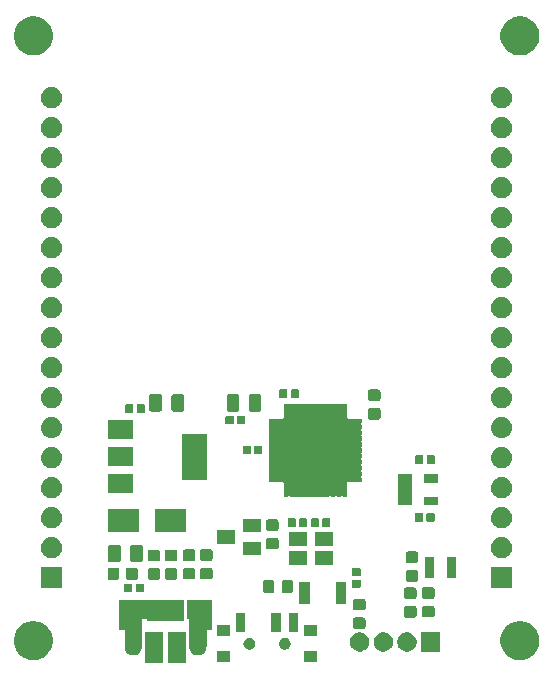
<source format=gbr>
G04 #@! TF.GenerationSoftware,KiCad,Pcbnew,5.0.2-bee76a0~70~ubuntu18.04.1*
G04 #@! TF.CreationDate,2019-02-14T01:12:15+09:00*
G04 #@! TF.ProjectId,LeonardoBB,4c656f6e-6172-4646-9f42-422e6b696361,rev?*
G04 #@! TF.SameCoordinates,Original*
G04 #@! TF.FileFunction,Soldermask,Top*
G04 #@! TF.FilePolarity,Negative*
%FSLAX46Y46*%
G04 Gerber Fmt 4.6, Leading zero omitted, Abs format (unit mm)*
G04 Created by KiCad (PCBNEW 5.0.2-bee76a0~70~ubuntu18.04.1) date 2019年02月14日 01時12分15秒*
%MOMM*%
%LPD*%
G01*
G04 APERTURE LIST*
%ADD10C,0.100000*%
G04 APERTURE END LIST*
D10*
G36*
X136321000Y-126511000D02*
X134789000Y-126511000D01*
X134789000Y-123909000D01*
X136321000Y-123909000D01*
X136321000Y-126511000D01*
X136321000Y-126511000D01*
G37*
G36*
X134401000Y-126511000D02*
X132869000Y-126511000D01*
X132869000Y-123909000D01*
X134401000Y-123909000D01*
X134401000Y-126511000D01*
X134401000Y-126511000D01*
G37*
G36*
X140093000Y-126405000D02*
X138991000Y-126405000D01*
X138991000Y-125503000D01*
X140093000Y-125503000D01*
X140093000Y-126405000D01*
X140093000Y-126405000D01*
G37*
G36*
X147393000Y-126405000D02*
X146291000Y-126405000D01*
X146291000Y-125503000D01*
X147393000Y-125503000D01*
X147393000Y-126405000D01*
X147393000Y-126405000D01*
G37*
G36*
X164975256Y-122991298D02*
X165081579Y-123012447D01*
X165382042Y-123136903D01*
X165615657Y-123293000D01*
X165652454Y-123317587D01*
X165882413Y-123547546D01*
X165882415Y-123547549D01*
X166063097Y-123817958D01*
X166176203Y-124091019D01*
X166187553Y-124118422D01*
X166251000Y-124437389D01*
X166251000Y-124762611D01*
X166223006Y-124903344D01*
X166187553Y-125081579D01*
X166063097Y-125382042D01*
X166028065Y-125434471D01*
X165882413Y-125652454D01*
X165652454Y-125882413D01*
X165652451Y-125882415D01*
X165382042Y-126063097D01*
X165081579Y-126187553D01*
X164975256Y-126208702D01*
X164762611Y-126251000D01*
X164437389Y-126251000D01*
X164224744Y-126208702D01*
X164118421Y-126187553D01*
X163817958Y-126063097D01*
X163547549Y-125882415D01*
X163547546Y-125882413D01*
X163317587Y-125652454D01*
X163171935Y-125434471D01*
X163136903Y-125382042D01*
X163012447Y-125081579D01*
X162976994Y-124903344D01*
X162949000Y-124762611D01*
X162949000Y-124437389D01*
X163012447Y-124118422D01*
X163023798Y-124091019D01*
X163136903Y-123817958D01*
X163317585Y-123547549D01*
X163317587Y-123547546D01*
X163547546Y-123317587D01*
X163584343Y-123293000D01*
X163817958Y-123136903D01*
X164118421Y-123012447D01*
X164224744Y-122991298D01*
X164437389Y-122949000D01*
X164762611Y-122949000D01*
X164975256Y-122991298D01*
X164975256Y-122991298D01*
G37*
G36*
X123775256Y-122991298D02*
X123881579Y-123012447D01*
X124182042Y-123136903D01*
X124415657Y-123293000D01*
X124452454Y-123317587D01*
X124682413Y-123547546D01*
X124682415Y-123547549D01*
X124863097Y-123817958D01*
X124976203Y-124091019D01*
X124987553Y-124118422D01*
X125051000Y-124437389D01*
X125051000Y-124762611D01*
X125023006Y-124903344D01*
X124987553Y-125081579D01*
X124863097Y-125382042D01*
X124828065Y-125434471D01*
X124682413Y-125652454D01*
X124452454Y-125882413D01*
X124452451Y-125882415D01*
X124182042Y-126063097D01*
X123881579Y-126187553D01*
X123775256Y-126208702D01*
X123562611Y-126251000D01*
X123237389Y-126251000D01*
X123024744Y-126208702D01*
X122918421Y-126187553D01*
X122617958Y-126063097D01*
X122347549Y-125882415D01*
X122347546Y-125882413D01*
X122117587Y-125652454D01*
X121971935Y-125434471D01*
X121936903Y-125382042D01*
X121812447Y-125081579D01*
X121776994Y-124903344D01*
X121749000Y-124762611D01*
X121749000Y-124437389D01*
X121812447Y-124118422D01*
X121823798Y-124091019D01*
X121936903Y-123817958D01*
X122117585Y-123547549D01*
X122117587Y-123547546D01*
X122347546Y-123317587D01*
X122384343Y-123293000D01*
X122617958Y-123136903D01*
X122918421Y-123012447D01*
X123024744Y-122991298D01*
X123237389Y-122949000D01*
X123562611Y-122949000D01*
X123775256Y-122991298D01*
X123775256Y-122991298D01*
G37*
G36*
X137038407Y-121138398D02*
X137050659Y-121139000D01*
X138546000Y-121139000D01*
X138546000Y-122734000D01*
X138548402Y-122758386D01*
X138555515Y-122781835D01*
X138558500Y-122787420D01*
X138558500Y-123661000D01*
X138196000Y-123661000D01*
X138171614Y-123663402D01*
X138148165Y-123670515D01*
X138126554Y-123682066D01*
X138107612Y-123697612D01*
X138092066Y-123716554D01*
X138080515Y-123738165D01*
X138073402Y-123761614D01*
X138071000Y-123786000D01*
X138071000Y-125114349D01*
X138069190Y-125116554D01*
X138057639Y-125138165D01*
X138048726Y-125173748D01*
X138040495Y-125257320D01*
X138016704Y-125335747D01*
X137998980Y-125394176D01*
X137931568Y-125520296D01*
X137840843Y-125630843D01*
X137730296Y-125721568D01*
X137604177Y-125788979D01*
X137604174Y-125788980D01*
X137604172Y-125788981D01*
X137467321Y-125830495D01*
X137325000Y-125844512D01*
X137182680Y-125830495D01*
X137045829Y-125788981D01*
X137045827Y-125788980D01*
X137045824Y-125788979D01*
X136919705Y-125721568D01*
X136809160Y-125630845D01*
X136718430Y-125520292D01*
X136651021Y-125394177D01*
X136651019Y-125394172D01*
X136609505Y-125257321D01*
X136599000Y-125150659D01*
X136599000Y-124729342D01*
X136609505Y-124622680D01*
X136613617Y-124609124D01*
X136618398Y-124585092D01*
X136619000Y-124572839D01*
X136619000Y-122866000D01*
X136616598Y-122841614D01*
X136609485Y-122818165D01*
X136597934Y-122796554D01*
X136582388Y-122777612D01*
X136563446Y-122762066D01*
X136541835Y-122750515D01*
X136518386Y-122743402D01*
X136494000Y-122741000D01*
X136444000Y-122741000D01*
X136444000Y-122346586D01*
X136441598Y-122322200D01*
X136438617Y-122310300D01*
X136422696Y-122257818D01*
X136414000Y-122169519D01*
X136414000Y-121710482D01*
X136422696Y-121622183D01*
X136438617Y-121569701D01*
X136443398Y-121545668D01*
X136444000Y-121533415D01*
X136444000Y-121139000D01*
X136979341Y-121139000D01*
X136991593Y-121138398D01*
X137015000Y-121136093D01*
X137038407Y-121138398D01*
X137038407Y-121138398D01*
G37*
G36*
X132292817Y-121147696D02*
X132312334Y-121153617D01*
X132336367Y-121158398D01*
X132348620Y-121159000D01*
X132846761Y-121159000D01*
X132851554Y-121162934D01*
X132873165Y-121174485D01*
X132896614Y-121181598D01*
X132921000Y-121184000D01*
X136146000Y-121184000D01*
X136146000Y-122936000D01*
X133044000Y-122936000D01*
X133044000Y-122886000D01*
X133041598Y-122861614D01*
X133034485Y-122838165D01*
X133022934Y-122816554D01*
X133007388Y-122797612D01*
X132988446Y-122782066D01*
X132966835Y-122770515D01*
X132943386Y-122763402D01*
X132919000Y-122761000D01*
X132733500Y-122761000D01*
X132709114Y-122763402D01*
X132685665Y-122770515D01*
X132664054Y-122782066D01*
X132645112Y-122797612D01*
X132629566Y-122816554D01*
X132618015Y-122838165D01*
X132610902Y-122861614D01*
X132608500Y-122886000D01*
X132608500Y-123723226D01*
X132600515Y-123738165D01*
X132593402Y-123761614D01*
X132591000Y-123786000D01*
X132591000Y-125164670D01*
X132588726Y-125173748D01*
X132580495Y-125257320D01*
X132556704Y-125335747D01*
X132538980Y-125394176D01*
X132471568Y-125520296D01*
X132380843Y-125630843D01*
X132270296Y-125721568D01*
X132144177Y-125788979D01*
X132144174Y-125788980D01*
X132144172Y-125788981D01*
X132007321Y-125830495D01*
X131865000Y-125844512D01*
X131722680Y-125830495D01*
X131585829Y-125788981D01*
X131585827Y-125788980D01*
X131585824Y-125788979D01*
X131459705Y-125721568D01*
X131349160Y-125630845D01*
X131258430Y-125520292D01*
X131191021Y-125394177D01*
X131191019Y-125394172D01*
X131149505Y-125257321D01*
X131141274Y-125173748D01*
X131139000Y-125162314D01*
X131139000Y-123786000D01*
X131136598Y-123761614D01*
X131129485Y-123738165D01*
X131117934Y-123716554D01*
X131102388Y-123697612D01*
X131083446Y-123682066D01*
X131061835Y-123670515D01*
X131038386Y-123663402D01*
X131014000Y-123661000D01*
X130681500Y-123661000D01*
X130681500Y-122787420D01*
X130684485Y-122781835D01*
X130691598Y-122758386D01*
X130694000Y-122734000D01*
X130694000Y-121159000D01*
X132001379Y-121159000D01*
X132025765Y-121156598D01*
X132037665Y-121153617D01*
X132057182Y-121147696D01*
X132175000Y-121136093D01*
X132292817Y-121147696D01*
X132292817Y-121147696D01*
G37*
G36*
X153272142Y-123932242D02*
X153420102Y-123993530D01*
X153553258Y-124082502D01*
X153666498Y-124195742D01*
X153755470Y-124328898D01*
X153816758Y-124476858D01*
X153848000Y-124633925D01*
X153848000Y-124794075D01*
X153816758Y-124951142D01*
X153771253Y-125061000D01*
X153755471Y-125099100D01*
X153666499Y-125232257D01*
X153553257Y-125345499D01*
X153498569Y-125382040D01*
X153420102Y-125434470D01*
X153272142Y-125495758D01*
X153115075Y-125527000D01*
X152954925Y-125527000D01*
X152797858Y-125495758D01*
X152649898Y-125434470D01*
X152571431Y-125382040D01*
X152516743Y-125345499D01*
X152403501Y-125232257D01*
X152314529Y-125099100D01*
X152298747Y-125061000D01*
X152253242Y-124951142D01*
X152222000Y-124794075D01*
X152222000Y-124633925D01*
X152253242Y-124476858D01*
X152314530Y-124328898D01*
X152403502Y-124195742D01*
X152516742Y-124082502D01*
X152649898Y-123993530D01*
X152797858Y-123932242D01*
X152954925Y-123901000D01*
X153115075Y-123901000D01*
X153272142Y-123932242D01*
X153272142Y-123932242D01*
G37*
G36*
X151272142Y-123932242D02*
X151420102Y-123993530D01*
X151553258Y-124082502D01*
X151666498Y-124195742D01*
X151755470Y-124328898D01*
X151816758Y-124476858D01*
X151848000Y-124633925D01*
X151848000Y-124794075D01*
X151816758Y-124951142D01*
X151771253Y-125061000D01*
X151755471Y-125099100D01*
X151666499Y-125232257D01*
X151553257Y-125345499D01*
X151498569Y-125382040D01*
X151420102Y-125434470D01*
X151272142Y-125495758D01*
X151115075Y-125527000D01*
X150954925Y-125527000D01*
X150797858Y-125495758D01*
X150649898Y-125434470D01*
X150571431Y-125382040D01*
X150516743Y-125345499D01*
X150403501Y-125232257D01*
X150314529Y-125099100D01*
X150298747Y-125061000D01*
X150253242Y-124951142D01*
X150222000Y-124794075D01*
X150222000Y-124633925D01*
X150253242Y-124476858D01*
X150314530Y-124328898D01*
X150403502Y-124195742D01*
X150516742Y-124082502D01*
X150649898Y-123993530D01*
X150797858Y-123932242D01*
X150954925Y-123901000D01*
X151115075Y-123901000D01*
X151272142Y-123932242D01*
X151272142Y-123932242D01*
G37*
G36*
X157848000Y-125527000D02*
X156222000Y-125527000D01*
X156222000Y-123901000D01*
X157848000Y-123901000D01*
X157848000Y-125527000D01*
X157848000Y-125527000D01*
G37*
G36*
X155272142Y-123932242D02*
X155420102Y-123993530D01*
X155553258Y-124082502D01*
X155666498Y-124195742D01*
X155755470Y-124328898D01*
X155816758Y-124476858D01*
X155848000Y-124633925D01*
X155848000Y-124794075D01*
X155816758Y-124951142D01*
X155771253Y-125061000D01*
X155755471Y-125099100D01*
X155666499Y-125232257D01*
X155553257Y-125345499D01*
X155498569Y-125382040D01*
X155420102Y-125434470D01*
X155272142Y-125495758D01*
X155115075Y-125527000D01*
X154954925Y-125527000D01*
X154797858Y-125495758D01*
X154649898Y-125434470D01*
X154571431Y-125382040D01*
X154516743Y-125345499D01*
X154403501Y-125232257D01*
X154314529Y-125099100D01*
X154298747Y-125061000D01*
X154253242Y-124951142D01*
X154222000Y-124794075D01*
X154222000Y-124633925D01*
X154253242Y-124476858D01*
X154314530Y-124328898D01*
X154403502Y-124195742D01*
X154516742Y-124082502D01*
X154649898Y-123993530D01*
X154797858Y-123932242D01*
X154954925Y-123901000D01*
X155115075Y-123901000D01*
X155272142Y-123932242D01*
X155272142Y-123932242D01*
G37*
G36*
X144838136Y-124372253D02*
X144929312Y-124410019D01*
X145011372Y-124464850D01*
X145081150Y-124534628D01*
X145135981Y-124616688D01*
X145173747Y-124707864D01*
X145193000Y-124804656D01*
X145193000Y-124903344D01*
X145173747Y-125000136D01*
X145135981Y-125091312D01*
X145081150Y-125173372D01*
X145011372Y-125243150D01*
X144929312Y-125297981D01*
X144838136Y-125335747D01*
X144741344Y-125355000D01*
X144642656Y-125355000D01*
X144545864Y-125335747D01*
X144454688Y-125297981D01*
X144372628Y-125243150D01*
X144302850Y-125173372D01*
X144248019Y-125091312D01*
X144210253Y-125000136D01*
X144191000Y-124903344D01*
X144191000Y-124804656D01*
X144210253Y-124707864D01*
X144248019Y-124616688D01*
X144302850Y-124534628D01*
X144372628Y-124464850D01*
X144454688Y-124410019D01*
X144545864Y-124372253D01*
X144642656Y-124353000D01*
X144741344Y-124353000D01*
X144838136Y-124372253D01*
X144838136Y-124372253D01*
G37*
G36*
X141838136Y-124372253D02*
X141929312Y-124410019D01*
X142011372Y-124464850D01*
X142081150Y-124534628D01*
X142135981Y-124616688D01*
X142173747Y-124707864D01*
X142193000Y-124804656D01*
X142193000Y-124903344D01*
X142173747Y-125000136D01*
X142135981Y-125091312D01*
X142081150Y-125173372D01*
X142011372Y-125243150D01*
X141929312Y-125297981D01*
X141838136Y-125335747D01*
X141741344Y-125355000D01*
X141642656Y-125355000D01*
X141545864Y-125335747D01*
X141454688Y-125297981D01*
X141372628Y-125243150D01*
X141302850Y-125173372D01*
X141248019Y-125091312D01*
X141210253Y-125000136D01*
X141191000Y-124903344D01*
X141191000Y-124804656D01*
X141210253Y-124707864D01*
X141248019Y-124616688D01*
X141302850Y-124534628D01*
X141372628Y-124464850D01*
X141454688Y-124410019D01*
X141545864Y-124372253D01*
X141642656Y-124353000D01*
X141741344Y-124353000D01*
X141838136Y-124372253D01*
X141838136Y-124372253D01*
G37*
G36*
X147393000Y-124195000D02*
X146291000Y-124195000D01*
X146291000Y-123293000D01*
X147393000Y-123293000D01*
X147393000Y-124195000D01*
X147393000Y-124195000D01*
G37*
G36*
X140093000Y-124195000D02*
X138991000Y-124195000D01*
X138991000Y-123293000D01*
X140093000Y-123293000D01*
X140093000Y-124195000D01*
X140093000Y-124195000D01*
G37*
G36*
X144343000Y-123895000D02*
X143541000Y-123895000D01*
X143541000Y-122293000D01*
X144343000Y-122293000D01*
X144343000Y-123895000D01*
X144343000Y-123895000D01*
G37*
G36*
X141343000Y-123895000D02*
X140541000Y-123895000D01*
X140541000Y-122293000D01*
X141343000Y-122293000D01*
X141343000Y-123895000D01*
X141343000Y-123895000D01*
G37*
G36*
X145843000Y-123895000D02*
X145041000Y-123895000D01*
X145041000Y-122293000D01*
X145843000Y-122293000D01*
X145843000Y-123895000D01*
X145843000Y-123895000D01*
G37*
G36*
X151382591Y-122642085D02*
X151416569Y-122652393D01*
X151447887Y-122669133D01*
X151475339Y-122691661D01*
X151497867Y-122719113D01*
X151514607Y-122750431D01*
X151524915Y-122784409D01*
X151529000Y-122825890D01*
X151529000Y-123427110D01*
X151524915Y-123468591D01*
X151514607Y-123502569D01*
X151497867Y-123533887D01*
X151475339Y-123561339D01*
X151447887Y-123583867D01*
X151416569Y-123600607D01*
X151382591Y-123610915D01*
X151341110Y-123615000D01*
X150664890Y-123615000D01*
X150623409Y-123610915D01*
X150589431Y-123600607D01*
X150558113Y-123583867D01*
X150530661Y-123561339D01*
X150508133Y-123533887D01*
X150491393Y-123502569D01*
X150481085Y-123468591D01*
X150477000Y-123427110D01*
X150477000Y-122825890D01*
X150481085Y-122784409D01*
X150491393Y-122750431D01*
X150508133Y-122719113D01*
X150530661Y-122691661D01*
X150558113Y-122669133D01*
X150589431Y-122652393D01*
X150623409Y-122642085D01*
X150664890Y-122638000D01*
X151341110Y-122638000D01*
X151382591Y-122642085D01*
X151382591Y-122642085D01*
G37*
G36*
X155700591Y-121677085D02*
X155734569Y-121687393D01*
X155765887Y-121704133D01*
X155793339Y-121726661D01*
X155815867Y-121754113D01*
X155832607Y-121785431D01*
X155842915Y-121819409D01*
X155847000Y-121860890D01*
X155847000Y-122462110D01*
X155842915Y-122503591D01*
X155832607Y-122537569D01*
X155815867Y-122568887D01*
X155793339Y-122596339D01*
X155765887Y-122618867D01*
X155734569Y-122635607D01*
X155700591Y-122645915D01*
X155659110Y-122650000D01*
X154982890Y-122650000D01*
X154941409Y-122645915D01*
X154907431Y-122635607D01*
X154876113Y-122618867D01*
X154848661Y-122596339D01*
X154826133Y-122568887D01*
X154809393Y-122537569D01*
X154799085Y-122503591D01*
X154795000Y-122462110D01*
X154795000Y-121860890D01*
X154799085Y-121819409D01*
X154809393Y-121785431D01*
X154826133Y-121754113D01*
X154848661Y-121726661D01*
X154876113Y-121704133D01*
X154907431Y-121687393D01*
X154941409Y-121677085D01*
X154982890Y-121673000D01*
X155659110Y-121673000D01*
X155700591Y-121677085D01*
X155700591Y-121677085D01*
G37*
G36*
X157224591Y-121651085D02*
X157258569Y-121661393D01*
X157289887Y-121678133D01*
X157317339Y-121700661D01*
X157339867Y-121728113D01*
X157356607Y-121759431D01*
X157366915Y-121793409D01*
X157371000Y-121834890D01*
X157371000Y-122436110D01*
X157366915Y-122477591D01*
X157356607Y-122511569D01*
X157339867Y-122542887D01*
X157317339Y-122570339D01*
X157289887Y-122592867D01*
X157258569Y-122609607D01*
X157224591Y-122619915D01*
X157183110Y-122624000D01*
X156506890Y-122624000D01*
X156465409Y-122619915D01*
X156431431Y-122609607D01*
X156400113Y-122592867D01*
X156372661Y-122570339D01*
X156350133Y-122542887D01*
X156333393Y-122511569D01*
X156323085Y-122477591D01*
X156319000Y-122436110D01*
X156319000Y-121834890D01*
X156323085Y-121793409D01*
X156333393Y-121759431D01*
X156350133Y-121728113D01*
X156372661Y-121700661D01*
X156400113Y-121678133D01*
X156431431Y-121661393D01*
X156465409Y-121651085D01*
X156506890Y-121647000D01*
X157183110Y-121647000D01*
X157224591Y-121651085D01*
X157224591Y-121651085D01*
G37*
G36*
X151382591Y-121067085D02*
X151416569Y-121077393D01*
X151447887Y-121094133D01*
X151475339Y-121116661D01*
X151497867Y-121144113D01*
X151514607Y-121175431D01*
X151524915Y-121209409D01*
X151529000Y-121250890D01*
X151529000Y-121852110D01*
X151524915Y-121893591D01*
X151514607Y-121927569D01*
X151497867Y-121958887D01*
X151475339Y-121986339D01*
X151447887Y-122008867D01*
X151416569Y-122025607D01*
X151382591Y-122035915D01*
X151341110Y-122040000D01*
X150664890Y-122040000D01*
X150623409Y-122035915D01*
X150589431Y-122025607D01*
X150558113Y-122008867D01*
X150530661Y-121986339D01*
X150508133Y-121958887D01*
X150491393Y-121927569D01*
X150481085Y-121893591D01*
X150477000Y-121852110D01*
X150477000Y-121250890D01*
X150481085Y-121209409D01*
X150491393Y-121175431D01*
X150508133Y-121144113D01*
X150530661Y-121116661D01*
X150558113Y-121094133D01*
X150589431Y-121077393D01*
X150623409Y-121067085D01*
X150664890Y-121063000D01*
X151341110Y-121063000D01*
X151382591Y-121067085D01*
X151382591Y-121067085D01*
G37*
G36*
X146793000Y-121537000D02*
X145891000Y-121537000D01*
X145891000Y-119635000D01*
X146793000Y-119635000D01*
X146793000Y-121537000D01*
X146793000Y-121537000D01*
G37*
G36*
X149893000Y-121537000D02*
X148991000Y-121537000D01*
X148991000Y-119635000D01*
X149893000Y-119635000D01*
X149893000Y-121537000D01*
X149893000Y-121537000D01*
G37*
G36*
X155700591Y-120102085D02*
X155734569Y-120112393D01*
X155765887Y-120129133D01*
X155793339Y-120151661D01*
X155815867Y-120179113D01*
X155832607Y-120210431D01*
X155842915Y-120244409D01*
X155847000Y-120285890D01*
X155847000Y-120887110D01*
X155842915Y-120928591D01*
X155832607Y-120962569D01*
X155815867Y-120993887D01*
X155793339Y-121021339D01*
X155765887Y-121043867D01*
X155734569Y-121060607D01*
X155700591Y-121070915D01*
X155659110Y-121075000D01*
X154982890Y-121075000D01*
X154941409Y-121070915D01*
X154907431Y-121060607D01*
X154876113Y-121043867D01*
X154848661Y-121021339D01*
X154826133Y-120993887D01*
X154809393Y-120962569D01*
X154799085Y-120928591D01*
X154795000Y-120887110D01*
X154795000Y-120285890D01*
X154799085Y-120244409D01*
X154809393Y-120210431D01*
X154826133Y-120179113D01*
X154848661Y-120151661D01*
X154876113Y-120129133D01*
X154907431Y-120112393D01*
X154941409Y-120102085D01*
X154982890Y-120098000D01*
X155659110Y-120098000D01*
X155700591Y-120102085D01*
X155700591Y-120102085D01*
G37*
G36*
X157224591Y-120076085D02*
X157258569Y-120086393D01*
X157289887Y-120103133D01*
X157317339Y-120125661D01*
X157339867Y-120153113D01*
X157356607Y-120184431D01*
X157366915Y-120218409D01*
X157371000Y-120259890D01*
X157371000Y-120861110D01*
X157366915Y-120902591D01*
X157356607Y-120936569D01*
X157339867Y-120967887D01*
X157317339Y-120995339D01*
X157289887Y-121017867D01*
X157258569Y-121034607D01*
X157224591Y-121044915D01*
X157183110Y-121049000D01*
X156506890Y-121049000D01*
X156465409Y-121044915D01*
X156431431Y-121034607D01*
X156400113Y-121017867D01*
X156372661Y-120995339D01*
X156350133Y-120967887D01*
X156333393Y-120936569D01*
X156323085Y-120902591D01*
X156319000Y-120861110D01*
X156319000Y-120259890D01*
X156323085Y-120218409D01*
X156333393Y-120184431D01*
X156350133Y-120153113D01*
X156372661Y-120125661D01*
X156400113Y-120103133D01*
X156431431Y-120086393D01*
X156465409Y-120076085D01*
X156506890Y-120072000D01*
X157183110Y-120072000D01*
X157224591Y-120076085D01*
X157224591Y-120076085D01*
G37*
G36*
X145249591Y-119493085D02*
X145283569Y-119503393D01*
X145314887Y-119520133D01*
X145342339Y-119542661D01*
X145364867Y-119570113D01*
X145381607Y-119601431D01*
X145391915Y-119635409D01*
X145396000Y-119676890D01*
X145396000Y-120353110D01*
X145391915Y-120394591D01*
X145381607Y-120428569D01*
X145364867Y-120459887D01*
X145342339Y-120487339D01*
X145314887Y-120509867D01*
X145283569Y-120526607D01*
X145249591Y-120536915D01*
X145208110Y-120541000D01*
X144606890Y-120541000D01*
X144565409Y-120536915D01*
X144531431Y-120526607D01*
X144500113Y-120509867D01*
X144472661Y-120487339D01*
X144450133Y-120459887D01*
X144433393Y-120428569D01*
X144423085Y-120394591D01*
X144419000Y-120353110D01*
X144419000Y-119676890D01*
X144423085Y-119635409D01*
X144433393Y-119601431D01*
X144450133Y-119570113D01*
X144472661Y-119542661D01*
X144500113Y-119520133D01*
X144531431Y-119503393D01*
X144565409Y-119493085D01*
X144606890Y-119489000D01*
X145208110Y-119489000D01*
X145249591Y-119493085D01*
X145249591Y-119493085D01*
G37*
G36*
X143674591Y-119493085D02*
X143708569Y-119503393D01*
X143739887Y-119520133D01*
X143767339Y-119542661D01*
X143789867Y-119570113D01*
X143806607Y-119601431D01*
X143816915Y-119635409D01*
X143821000Y-119676890D01*
X143821000Y-120353110D01*
X143816915Y-120394591D01*
X143806607Y-120428569D01*
X143789867Y-120459887D01*
X143767339Y-120487339D01*
X143739887Y-120509867D01*
X143708569Y-120526607D01*
X143674591Y-120536915D01*
X143633110Y-120541000D01*
X143031890Y-120541000D01*
X142990409Y-120536915D01*
X142956431Y-120526607D01*
X142925113Y-120509867D01*
X142897661Y-120487339D01*
X142875133Y-120459887D01*
X142858393Y-120428569D01*
X142848085Y-120394591D01*
X142844000Y-120353110D01*
X142844000Y-119676890D01*
X142848085Y-119635409D01*
X142858393Y-119601431D01*
X142875133Y-119570113D01*
X142897661Y-119542661D01*
X142925113Y-119520133D01*
X142956431Y-119503393D01*
X142990409Y-119493085D01*
X143031890Y-119489000D01*
X143633110Y-119489000D01*
X143674591Y-119493085D01*
X143674591Y-119493085D01*
G37*
G36*
X131701938Y-119773716D02*
X131722556Y-119779970D01*
X131741556Y-119790126D01*
X131758208Y-119803792D01*
X131771874Y-119820444D01*
X131782030Y-119839444D01*
X131788284Y-119860062D01*
X131791000Y-119887640D01*
X131791000Y-120396360D01*
X131788284Y-120423938D01*
X131782030Y-120444556D01*
X131771874Y-120463556D01*
X131758208Y-120480208D01*
X131741556Y-120493874D01*
X131722556Y-120504030D01*
X131701938Y-120510284D01*
X131674360Y-120513000D01*
X131215640Y-120513000D01*
X131188062Y-120510284D01*
X131167444Y-120504030D01*
X131148444Y-120493874D01*
X131131792Y-120480208D01*
X131118126Y-120463556D01*
X131107970Y-120444556D01*
X131101716Y-120423938D01*
X131099000Y-120396360D01*
X131099000Y-119887640D01*
X131101716Y-119860062D01*
X131107970Y-119839444D01*
X131118126Y-119820444D01*
X131131792Y-119803792D01*
X131148444Y-119790126D01*
X131167444Y-119779970D01*
X131188062Y-119773716D01*
X131215640Y-119771000D01*
X131674360Y-119771000D01*
X131701938Y-119773716D01*
X131701938Y-119773716D01*
G37*
G36*
X132671938Y-119773716D02*
X132692556Y-119779970D01*
X132711556Y-119790126D01*
X132728208Y-119803792D01*
X132741874Y-119820444D01*
X132752030Y-119839444D01*
X132758284Y-119860062D01*
X132761000Y-119887640D01*
X132761000Y-120396360D01*
X132758284Y-120423938D01*
X132752030Y-120444556D01*
X132741874Y-120463556D01*
X132728208Y-120480208D01*
X132711556Y-120493874D01*
X132692556Y-120504030D01*
X132671938Y-120510284D01*
X132644360Y-120513000D01*
X132185640Y-120513000D01*
X132158062Y-120510284D01*
X132137444Y-120504030D01*
X132118444Y-120493874D01*
X132101792Y-120480208D01*
X132088126Y-120463556D01*
X132077970Y-120444556D01*
X132071716Y-120423938D01*
X132069000Y-120396360D01*
X132069000Y-119887640D01*
X132071716Y-119860062D01*
X132077970Y-119839444D01*
X132088126Y-119820444D01*
X132101792Y-119803792D01*
X132118444Y-119790126D01*
X132137444Y-119779970D01*
X132158062Y-119773716D01*
X132185640Y-119771000D01*
X132644360Y-119771000D01*
X132671938Y-119773716D01*
X132671938Y-119773716D01*
G37*
G36*
X125851000Y-120151000D02*
X124049000Y-120151000D01*
X124049000Y-118349000D01*
X125851000Y-118349000D01*
X125851000Y-120151000D01*
X125851000Y-120151000D01*
G37*
G36*
X163951000Y-120151000D02*
X162149000Y-120151000D01*
X162149000Y-118349000D01*
X163951000Y-118349000D01*
X163951000Y-120151000D01*
X163951000Y-120151000D01*
G37*
G36*
X151030938Y-119435716D02*
X151051556Y-119441970D01*
X151070556Y-119452126D01*
X151087208Y-119465792D01*
X151100874Y-119482444D01*
X151111030Y-119501444D01*
X151117284Y-119522062D01*
X151120000Y-119549640D01*
X151120000Y-120008360D01*
X151117284Y-120035938D01*
X151111030Y-120056556D01*
X151100874Y-120075556D01*
X151087208Y-120092208D01*
X151070556Y-120105874D01*
X151051556Y-120116030D01*
X151030938Y-120122284D01*
X151003360Y-120125000D01*
X150494640Y-120125000D01*
X150467062Y-120122284D01*
X150446444Y-120116030D01*
X150427444Y-120105874D01*
X150410792Y-120092208D01*
X150397126Y-120075556D01*
X150386970Y-120056556D01*
X150380716Y-120035938D01*
X150378000Y-120008360D01*
X150378000Y-119549640D01*
X150380716Y-119522062D01*
X150386970Y-119501444D01*
X150397126Y-119482444D01*
X150410792Y-119465792D01*
X150427444Y-119452126D01*
X150446444Y-119441970D01*
X150467062Y-119435716D01*
X150494640Y-119433000D01*
X151003360Y-119433000D01*
X151030938Y-119435716D01*
X151030938Y-119435716D01*
G37*
G36*
X155827591Y-118629085D02*
X155861569Y-118639393D01*
X155892887Y-118656133D01*
X155920339Y-118678661D01*
X155942867Y-118706113D01*
X155959607Y-118737431D01*
X155969915Y-118771409D01*
X155974000Y-118812890D01*
X155974000Y-119414110D01*
X155969915Y-119455591D01*
X155959607Y-119489569D01*
X155942867Y-119520887D01*
X155920339Y-119548339D01*
X155892887Y-119570867D01*
X155861569Y-119587607D01*
X155827591Y-119597915D01*
X155786110Y-119602000D01*
X155109890Y-119602000D01*
X155068409Y-119597915D01*
X155034431Y-119587607D01*
X155003113Y-119570867D01*
X154975661Y-119548339D01*
X154953133Y-119520887D01*
X154936393Y-119489569D01*
X154926085Y-119455591D01*
X154922000Y-119414110D01*
X154922000Y-118812890D01*
X154926085Y-118771409D01*
X154936393Y-118737431D01*
X154953133Y-118706113D01*
X154975661Y-118678661D01*
X155003113Y-118656133D01*
X155034431Y-118639393D01*
X155068409Y-118629085D01*
X155109890Y-118625000D01*
X155786110Y-118625000D01*
X155827591Y-118629085D01*
X155827591Y-118629085D01*
G37*
G36*
X130516591Y-118414085D02*
X130550569Y-118424393D01*
X130581887Y-118441133D01*
X130609339Y-118463661D01*
X130631867Y-118491113D01*
X130648607Y-118522431D01*
X130658915Y-118556409D01*
X130663000Y-118597890D01*
X130663000Y-119274110D01*
X130658915Y-119315591D01*
X130648607Y-119349569D01*
X130631867Y-119380887D01*
X130609339Y-119408339D01*
X130581887Y-119430867D01*
X130550569Y-119447607D01*
X130516591Y-119457915D01*
X130475110Y-119462000D01*
X129873890Y-119462000D01*
X129832409Y-119457915D01*
X129798431Y-119447607D01*
X129767113Y-119430867D01*
X129739661Y-119408339D01*
X129717133Y-119380887D01*
X129700393Y-119349569D01*
X129690085Y-119315591D01*
X129686000Y-119274110D01*
X129686000Y-118597890D01*
X129690085Y-118556409D01*
X129700393Y-118522431D01*
X129717133Y-118491113D01*
X129739661Y-118463661D01*
X129767113Y-118441133D01*
X129798431Y-118424393D01*
X129832409Y-118414085D01*
X129873890Y-118410000D01*
X130475110Y-118410000D01*
X130516591Y-118414085D01*
X130516591Y-118414085D01*
G37*
G36*
X132091591Y-118414085D02*
X132125569Y-118424393D01*
X132156887Y-118441133D01*
X132184339Y-118463661D01*
X132206867Y-118491113D01*
X132223607Y-118522431D01*
X132233915Y-118556409D01*
X132238000Y-118597890D01*
X132238000Y-119274110D01*
X132233915Y-119315591D01*
X132223607Y-119349569D01*
X132206867Y-119380887D01*
X132184339Y-119408339D01*
X132156887Y-119430867D01*
X132125569Y-119447607D01*
X132091591Y-119457915D01*
X132050110Y-119462000D01*
X131448890Y-119462000D01*
X131407409Y-119457915D01*
X131373431Y-119447607D01*
X131342113Y-119430867D01*
X131314661Y-119408339D01*
X131292133Y-119380887D01*
X131275393Y-119349569D01*
X131265085Y-119315591D01*
X131261000Y-119274110D01*
X131261000Y-118597890D01*
X131265085Y-118556409D01*
X131275393Y-118522431D01*
X131292133Y-118491113D01*
X131314661Y-118463661D01*
X131342113Y-118441133D01*
X131373431Y-118424393D01*
X131407409Y-118414085D01*
X131448890Y-118410000D01*
X132050110Y-118410000D01*
X132091591Y-118414085D01*
X132091591Y-118414085D01*
G37*
G36*
X133983591Y-118477085D02*
X134017569Y-118487393D01*
X134048887Y-118504133D01*
X134076339Y-118526661D01*
X134098867Y-118554113D01*
X134115607Y-118585431D01*
X134125915Y-118619409D01*
X134130000Y-118660890D01*
X134130000Y-119262110D01*
X134125915Y-119303591D01*
X134115607Y-119337569D01*
X134098867Y-119368887D01*
X134076339Y-119396339D01*
X134048887Y-119418867D01*
X134017569Y-119435607D01*
X133983591Y-119445915D01*
X133942110Y-119450000D01*
X133265890Y-119450000D01*
X133224409Y-119445915D01*
X133190431Y-119435607D01*
X133159113Y-119418867D01*
X133131661Y-119396339D01*
X133109133Y-119368887D01*
X133092393Y-119337569D01*
X133082085Y-119303591D01*
X133078000Y-119262110D01*
X133078000Y-118660890D01*
X133082085Y-118619409D01*
X133092393Y-118585431D01*
X133109133Y-118554113D01*
X133131661Y-118526661D01*
X133159113Y-118504133D01*
X133190431Y-118487393D01*
X133224409Y-118477085D01*
X133265890Y-118473000D01*
X133942110Y-118473000D01*
X133983591Y-118477085D01*
X133983591Y-118477085D01*
G37*
G36*
X135443591Y-118477085D02*
X135477569Y-118487393D01*
X135508887Y-118504133D01*
X135536339Y-118526661D01*
X135558867Y-118554113D01*
X135575607Y-118585431D01*
X135585915Y-118619409D01*
X135590000Y-118660890D01*
X135590000Y-119262110D01*
X135585915Y-119303591D01*
X135575607Y-119337569D01*
X135558867Y-119368887D01*
X135536339Y-119396339D01*
X135508887Y-119418867D01*
X135477569Y-119435607D01*
X135443591Y-119445915D01*
X135402110Y-119450000D01*
X134725890Y-119450000D01*
X134684409Y-119445915D01*
X134650431Y-119435607D01*
X134619113Y-119418867D01*
X134591661Y-119396339D01*
X134569133Y-119368887D01*
X134552393Y-119337569D01*
X134542085Y-119303591D01*
X134538000Y-119262110D01*
X134538000Y-118660890D01*
X134542085Y-118619409D01*
X134552393Y-118585431D01*
X134569133Y-118554113D01*
X134591661Y-118526661D01*
X134619113Y-118504133D01*
X134650431Y-118487393D01*
X134684409Y-118477085D01*
X134725890Y-118473000D01*
X135402110Y-118473000D01*
X135443591Y-118477085D01*
X135443591Y-118477085D01*
G37*
G36*
X136967591Y-118451085D02*
X137001569Y-118461393D01*
X137032887Y-118478133D01*
X137060339Y-118500661D01*
X137082867Y-118528113D01*
X137099607Y-118559431D01*
X137109915Y-118593409D01*
X137114000Y-118634890D01*
X137114000Y-119236110D01*
X137109915Y-119277591D01*
X137099607Y-119311569D01*
X137082867Y-119342887D01*
X137060339Y-119370339D01*
X137032887Y-119392867D01*
X137001569Y-119409607D01*
X136967591Y-119419915D01*
X136926110Y-119424000D01*
X136249890Y-119424000D01*
X136208409Y-119419915D01*
X136174431Y-119409607D01*
X136143113Y-119392867D01*
X136115661Y-119370339D01*
X136093133Y-119342887D01*
X136076393Y-119311569D01*
X136066085Y-119277591D01*
X136062000Y-119236110D01*
X136062000Y-118634890D01*
X136066085Y-118593409D01*
X136076393Y-118559431D01*
X136093133Y-118528113D01*
X136115661Y-118500661D01*
X136143113Y-118478133D01*
X136174431Y-118461393D01*
X136208409Y-118451085D01*
X136249890Y-118447000D01*
X136926110Y-118447000D01*
X136967591Y-118451085D01*
X136967591Y-118451085D01*
G37*
G36*
X138428591Y-118439085D02*
X138462569Y-118449393D01*
X138493887Y-118466133D01*
X138521339Y-118488661D01*
X138543867Y-118516113D01*
X138560607Y-118547431D01*
X138570915Y-118581409D01*
X138575000Y-118622890D01*
X138575000Y-119224110D01*
X138570915Y-119265591D01*
X138560607Y-119299569D01*
X138543867Y-119330887D01*
X138521339Y-119358339D01*
X138493887Y-119380867D01*
X138462569Y-119397607D01*
X138428591Y-119407915D01*
X138387110Y-119412000D01*
X137710890Y-119412000D01*
X137669409Y-119407915D01*
X137635431Y-119397607D01*
X137604113Y-119380867D01*
X137576661Y-119358339D01*
X137554133Y-119330887D01*
X137537393Y-119299569D01*
X137527085Y-119265591D01*
X137523000Y-119224110D01*
X137523000Y-118622890D01*
X137527085Y-118581409D01*
X137537393Y-118547431D01*
X137554133Y-118516113D01*
X137576661Y-118488661D01*
X137604113Y-118466133D01*
X137635431Y-118449393D01*
X137669409Y-118439085D01*
X137710890Y-118435000D01*
X138387110Y-118435000D01*
X138428591Y-118439085D01*
X138428591Y-118439085D01*
G37*
G36*
X159187000Y-119329000D02*
X158435000Y-119329000D01*
X158435000Y-117527000D01*
X159187000Y-117527000D01*
X159187000Y-119329000D01*
X159187000Y-119329000D01*
G37*
G36*
X157287000Y-119329000D02*
X156535000Y-119329000D01*
X156535000Y-117527000D01*
X157287000Y-117527000D01*
X157287000Y-119329000D01*
X157287000Y-119329000D01*
G37*
G36*
X151030938Y-118465716D02*
X151051556Y-118471970D01*
X151070556Y-118482126D01*
X151087208Y-118495792D01*
X151100874Y-118512444D01*
X151111030Y-118531444D01*
X151117284Y-118552062D01*
X151120000Y-118579640D01*
X151120000Y-119038360D01*
X151117284Y-119065938D01*
X151111030Y-119086556D01*
X151100874Y-119105556D01*
X151087208Y-119122208D01*
X151070556Y-119135874D01*
X151051556Y-119146030D01*
X151030938Y-119152284D01*
X151003360Y-119155000D01*
X150494640Y-119155000D01*
X150467062Y-119152284D01*
X150446444Y-119146030D01*
X150427444Y-119135874D01*
X150410792Y-119122208D01*
X150397126Y-119105556D01*
X150386970Y-119086556D01*
X150380716Y-119065938D01*
X150378000Y-119038360D01*
X150378000Y-118579640D01*
X150380716Y-118552062D01*
X150386970Y-118531444D01*
X150397126Y-118512444D01*
X150410792Y-118495792D01*
X150427444Y-118482126D01*
X150446444Y-118471970D01*
X150467062Y-118465716D01*
X150494640Y-118463000D01*
X151003360Y-118463000D01*
X151030938Y-118465716D01*
X151030938Y-118465716D01*
G37*
G36*
X146547000Y-118228000D02*
X145045000Y-118228000D01*
X145045000Y-116976000D01*
X146547000Y-116976000D01*
X146547000Y-118228000D01*
X146547000Y-118228000D01*
G37*
G36*
X148747000Y-118228000D02*
X147245000Y-118228000D01*
X147245000Y-116976000D01*
X148747000Y-116976000D01*
X148747000Y-118228000D01*
X148747000Y-118228000D01*
G37*
G36*
X155827591Y-117054085D02*
X155861569Y-117064393D01*
X155892887Y-117081133D01*
X155920339Y-117103661D01*
X155942867Y-117131113D01*
X155959607Y-117162431D01*
X155969915Y-117196409D01*
X155974000Y-117237890D01*
X155974000Y-117839110D01*
X155969915Y-117880591D01*
X155959607Y-117914569D01*
X155942867Y-117945887D01*
X155920339Y-117973339D01*
X155892887Y-117995867D01*
X155861569Y-118012607D01*
X155827591Y-118022915D01*
X155786110Y-118027000D01*
X155109890Y-118027000D01*
X155068409Y-118022915D01*
X155034431Y-118012607D01*
X155003113Y-117995867D01*
X154975661Y-117973339D01*
X154953133Y-117945887D01*
X154936393Y-117914569D01*
X154926085Y-117880591D01*
X154922000Y-117839110D01*
X154922000Y-117237890D01*
X154926085Y-117196409D01*
X154936393Y-117162431D01*
X154953133Y-117131113D01*
X154975661Y-117103661D01*
X155003113Y-117081133D01*
X155034431Y-117064393D01*
X155068409Y-117054085D01*
X155109890Y-117050000D01*
X155786110Y-117050000D01*
X155827591Y-117054085D01*
X155827591Y-117054085D01*
G37*
G36*
X132515466Y-116474565D02*
X132554137Y-116486296D01*
X132589779Y-116505348D01*
X132621017Y-116530983D01*
X132646652Y-116562221D01*
X132665704Y-116597863D01*
X132677435Y-116636534D01*
X132682000Y-116682888D01*
X132682000Y-117759112D01*
X132677435Y-117805466D01*
X132665704Y-117844137D01*
X132646652Y-117879779D01*
X132621017Y-117911017D01*
X132589779Y-117936652D01*
X132554137Y-117955704D01*
X132515466Y-117967435D01*
X132469112Y-117972000D01*
X131817888Y-117972000D01*
X131771534Y-117967435D01*
X131732863Y-117955704D01*
X131697221Y-117936652D01*
X131665983Y-117911017D01*
X131640348Y-117879779D01*
X131621296Y-117844137D01*
X131609565Y-117805466D01*
X131605000Y-117759112D01*
X131605000Y-116682888D01*
X131609565Y-116636534D01*
X131621296Y-116597863D01*
X131640348Y-116562221D01*
X131665983Y-116530983D01*
X131697221Y-116505348D01*
X131732863Y-116486296D01*
X131771534Y-116474565D01*
X131817888Y-116470000D01*
X132469112Y-116470000D01*
X132515466Y-116474565D01*
X132515466Y-116474565D01*
G37*
G36*
X130640466Y-116474565D02*
X130679137Y-116486296D01*
X130714779Y-116505348D01*
X130746017Y-116530983D01*
X130771652Y-116562221D01*
X130790704Y-116597863D01*
X130802435Y-116636534D01*
X130807000Y-116682888D01*
X130807000Y-117759112D01*
X130802435Y-117805466D01*
X130790704Y-117844137D01*
X130771652Y-117879779D01*
X130746017Y-117911017D01*
X130714779Y-117936652D01*
X130679137Y-117955704D01*
X130640466Y-117967435D01*
X130594112Y-117972000D01*
X129942888Y-117972000D01*
X129896534Y-117967435D01*
X129857863Y-117955704D01*
X129822221Y-117936652D01*
X129790983Y-117911017D01*
X129765348Y-117879779D01*
X129746296Y-117844137D01*
X129734565Y-117805466D01*
X129730000Y-117759112D01*
X129730000Y-116682888D01*
X129734565Y-116636534D01*
X129746296Y-116597863D01*
X129765348Y-116562221D01*
X129790983Y-116530983D01*
X129822221Y-116505348D01*
X129857863Y-116486296D01*
X129896534Y-116474565D01*
X129942888Y-116470000D01*
X130594112Y-116470000D01*
X130640466Y-116474565D01*
X130640466Y-116474565D01*
G37*
G36*
X135443591Y-116902085D02*
X135477569Y-116912393D01*
X135508887Y-116929133D01*
X135536339Y-116951661D01*
X135558867Y-116979113D01*
X135575607Y-117010431D01*
X135585915Y-117044409D01*
X135590000Y-117085890D01*
X135590000Y-117687110D01*
X135585915Y-117728591D01*
X135575607Y-117762569D01*
X135558867Y-117793887D01*
X135536339Y-117821339D01*
X135508887Y-117843867D01*
X135477569Y-117860607D01*
X135443591Y-117870915D01*
X135402110Y-117875000D01*
X134725890Y-117875000D01*
X134684409Y-117870915D01*
X134650431Y-117860607D01*
X134619113Y-117843867D01*
X134591661Y-117821339D01*
X134569133Y-117793887D01*
X134552393Y-117762569D01*
X134542085Y-117728591D01*
X134538000Y-117687110D01*
X134538000Y-117085890D01*
X134542085Y-117044409D01*
X134552393Y-117010431D01*
X134569133Y-116979113D01*
X134591661Y-116951661D01*
X134619113Y-116929133D01*
X134650431Y-116912393D01*
X134684409Y-116902085D01*
X134725890Y-116898000D01*
X135402110Y-116898000D01*
X135443591Y-116902085D01*
X135443591Y-116902085D01*
G37*
G36*
X133983591Y-116902085D02*
X134017569Y-116912393D01*
X134048887Y-116929133D01*
X134076339Y-116951661D01*
X134098867Y-116979113D01*
X134115607Y-117010431D01*
X134125915Y-117044409D01*
X134130000Y-117085890D01*
X134130000Y-117687110D01*
X134125915Y-117728591D01*
X134115607Y-117762569D01*
X134098867Y-117793887D01*
X134076339Y-117821339D01*
X134048887Y-117843867D01*
X134017569Y-117860607D01*
X133983591Y-117870915D01*
X133942110Y-117875000D01*
X133265890Y-117875000D01*
X133224409Y-117870915D01*
X133190431Y-117860607D01*
X133159113Y-117843867D01*
X133131661Y-117821339D01*
X133109133Y-117793887D01*
X133092393Y-117762569D01*
X133082085Y-117728591D01*
X133078000Y-117687110D01*
X133078000Y-117085890D01*
X133082085Y-117044409D01*
X133092393Y-117010431D01*
X133109133Y-116979113D01*
X133131661Y-116951661D01*
X133159113Y-116929133D01*
X133190431Y-116912393D01*
X133224409Y-116902085D01*
X133265890Y-116898000D01*
X133942110Y-116898000D01*
X133983591Y-116902085D01*
X133983591Y-116902085D01*
G37*
G36*
X136967591Y-116876085D02*
X137001569Y-116886393D01*
X137032887Y-116903133D01*
X137060339Y-116925661D01*
X137082867Y-116953113D01*
X137099607Y-116984431D01*
X137109915Y-117018409D01*
X137114000Y-117059890D01*
X137114000Y-117661110D01*
X137109915Y-117702591D01*
X137099607Y-117736569D01*
X137082867Y-117767887D01*
X137060339Y-117795339D01*
X137032887Y-117817867D01*
X137001569Y-117834607D01*
X136967591Y-117844915D01*
X136926110Y-117849000D01*
X136249890Y-117849000D01*
X136208409Y-117844915D01*
X136174431Y-117834607D01*
X136143113Y-117817867D01*
X136115661Y-117795339D01*
X136093133Y-117767887D01*
X136076393Y-117736569D01*
X136066085Y-117702591D01*
X136062000Y-117661110D01*
X136062000Y-117059890D01*
X136066085Y-117018409D01*
X136076393Y-116984431D01*
X136093133Y-116953113D01*
X136115661Y-116925661D01*
X136143113Y-116903133D01*
X136174431Y-116886393D01*
X136208409Y-116876085D01*
X136249890Y-116872000D01*
X136926110Y-116872000D01*
X136967591Y-116876085D01*
X136967591Y-116876085D01*
G37*
G36*
X138428591Y-116864085D02*
X138462569Y-116874393D01*
X138493887Y-116891133D01*
X138521339Y-116913661D01*
X138543867Y-116941113D01*
X138560607Y-116972431D01*
X138570915Y-117006409D01*
X138575000Y-117047890D01*
X138575000Y-117649110D01*
X138570915Y-117690591D01*
X138560607Y-117724569D01*
X138543867Y-117755887D01*
X138521339Y-117783339D01*
X138493887Y-117805867D01*
X138462569Y-117822607D01*
X138428591Y-117832915D01*
X138387110Y-117837000D01*
X137710890Y-117837000D01*
X137669409Y-117832915D01*
X137635431Y-117822607D01*
X137604113Y-117805867D01*
X137576661Y-117783339D01*
X137554133Y-117755887D01*
X137537393Y-117724569D01*
X137527085Y-117690591D01*
X137523000Y-117649110D01*
X137523000Y-117047890D01*
X137527085Y-117006409D01*
X137537393Y-116972431D01*
X137554133Y-116941113D01*
X137576661Y-116913661D01*
X137604113Y-116891133D01*
X137635431Y-116874393D01*
X137669409Y-116864085D01*
X137710890Y-116860000D01*
X138387110Y-116860000D01*
X138428591Y-116864085D01*
X138428591Y-116864085D01*
G37*
G36*
X125060442Y-115815518D02*
X125126627Y-115822037D01*
X125239853Y-115856384D01*
X125296467Y-115873557D01*
X125393816Y-115925592D01*
X125452991Y-115957222D01*
X125488729Y-115986552D01*
X125590186Y-116069814D01*
X125673448Y-116171271D01*
X125702778Y-116207009D01*
X125702779Y-116207011D01*
X125786443Y-116363533D01*
X125786443Y-116363534D01*
X125837963Y-116533373D01*
X125855359Y-116710000D01*
X125837963Y-116886627D01*
X125803616Y-116999853D01*
X125786443Y-117056467D01*
X125729803Y-117162431D01*
X125702778Y-117212991D01*
X125682344Y-117237890D01*
X125590186Y-117350186D01*
X125488729Y-117433448D01*
X125452991Y-117462778D01*
X125452989Y-117462779D01*
X125296467Y-117546443D01*
X125239853Y-117563616D01*
X125126627Y-117597963D01*
X125060442Y-117604482D01*
X124994260Y-117611000D01*
X124905740Y-117611000D01*
X124839558Y-117604482D01*
X124773373Y-117597963D01*
X124660147Y-117563616D01*
X124603533Y-117546443D01*
X124447011Y-117462779D01*
X124447009Y-117462778D01*
X124411271Y-117433448D01*
X124309814Y-117350186D01*
X124217656Y-117237890D01*
X124197222Y-117212991D01*
X124170197Y-117162431D01*
X124113557Y-117056467D01*
X124096384Y-116999853D01*
X124062037Y-116886627D01*
X124044641Y-116710000D01*
X124062037Y-116533373D01*
X124113557Y-116363534D01*
X124113557Y-116363533D01*
X124197221Y-116207011D01*
X124197222Y-116207009D01*
X124226552Y-116171271D01*
X124309814Y-116069814D01*
X124411271Y-115986552D01*
X124447009Y-115957222D01*
X124506184Y-115925592D01*
X124603533Y-115873557D01*
X124660147Y-115856384D01*
X124773373Y-115822037D01*
X124839558Y-115815518D01*
X124905740Y-115809000D01*
X124994260Y-115809000D01*
X125060442Y-115815518D01*
X125060442Y-115815518D01*
G37*
G36*
X163160442Y-115815518D02*
X163226627Y-115822037D01*
X163339853Y-115856384D01*
X163396467Y-115873557D01*
X163493816Y-115925592D01*
X163552991Y-115957222D01*
X163588729Y-115986552D01*
X163690186Y-116069814D01*
X163773448Y-116171271D01*
X163802778Y-116207009D01*
X163802779Y-116207011D01*
X163886443Y-116363533D01*
X163886443Y-116363534D01*
X163937963Y-116533373D01*
X163955359Y-116710000D01*
X163937963Y-116886627D01*
X163903616Y-116999853D01*
X163886443Y-117056467D01*
X163829803Y-117162431D01*
X163802778Y-117212991D01*
X163782344Y-117237890D01*
X163690186Y-117350186D01*
X163588729Y-117433448D01*
X163552991Y-117462778D01*
X163552989Y-117462779D01*
X163396467Y-117546443D01*
X163339853Y-117563616D01*
X163226627Y-117597963D01*
X163160442Y-117604482D01*
X163094260Y-117611000D01*
X163005740Y-117611000D01*
X162939558Y-117604482D01*
X162873373Y-117597963D01*
X162760147Y-117563616D01*
X162703533Y-117546443D01*
X162547011Y-117462779D01*
X162547009Y-117462778D01*
X162511271Y-117433448D01*
X162409814Y-117350186D01*
X162317656Y-117237890D01*
X162297222Y-117212991D01*
X162270197Y-117162431D01*
X162213557Y-117056467D01*
X162196384Y-116999853D01*
X162162037Y-116886627D01*
X162144641Y-116710000D01*
X162162037Y-116533373D01*
X162213557Y-116363534D01*
X162213557Y-116363533D01*
X162297221Y-116207011D01*
X162297222Y-116207009D01*
X162326552Y-116171271D01*
X162409814Y-116069814D01*
X162511271Y-115986552D01*
X162547009Y-115957222D01*
X162606184Y-115925592D01*
X162703533Y-115873557D01*
X162760147Y-115856384D01*
X162873373Y-115822037D01*
X162939558Y-115815518D01*
X163005740Y-115809000D01*
X163094260Y-115809000D01*
X163160442Y-115815518D01*
X163160442Y-115815518D01*
G37*
G36*
X142673000Y-117327000D02*
X141171000Y-117327000D01*
X141171000Y-116225000D01*
X142673000Y-116225000D01*
X142673000Y-117327000D01*
X142673000Y-117327000D01*
G37*
G36*
X144016591Y-115911085D02*
X144050569Y-115921393D01*
X144081887Y-115938133D01*
X144109339Y-115960661D01*
X144131867Y-115988113D01*
X144148607Y-116019431D01*
X144158915Y-116053409D01*
X144163000Y-116094890D01*
X144163000Y-116696110D01*
X144158915Y-116737591D01*
X144148607Y-116771569D01*
X144131867Y-116802887D01*
X144109339Y-116830339D01*
X144081887Y-116852867D01*
X144050569Y-116869607D01*
X144016591Y-116879915D01*
X143975110Y-116884000D01*
X143298890Y-116884000D01*
X143257409Y-116879915D01*
X143223431Y-116869607D01*
X143192113Y-116852867D01*
X143164661Y-116830339D01*
X143142133Y-116802887D01*
X143125393Y-116771569D01*
X143115085Y-116737591D01*
X143111000Y-116696110D01*
X143111000Y-116094890D01*
X143115085Y-116053409D01*
X143125393Y-116019431D01*
X143142133Y-115988113D01*
X143164661Y-115960661D01*
X143192113Y-115938133D01*
X143223431Y-115921393D01*
X143257409Y-115911085D01*
X143298890Y-115907000D01*
X143975110Y-115907000D01*
X144016591Y-115911085D01*
X144016591Y-115911085D01*
G37*
G36*
X146547000Y-116628000D02*
X145045000Y-116628000D01*
X145045000Y-115376000D01*
X146547000Y-115376000D01*
X146547000Y-116628000D01*
X146547000Y-116628000D01*
G37*
G36*
X148747000Y-116628000D02*
X147245000Y-116628000D01*
X147245000Y-115376000D01*
X148747000Y-115376000D01*
X148747000Y-116628000D01*
X148747000Y-116628000D01*
G37*
G36*
X140473000Y-116377000D02*
X138971000Y-116377000D01*
X138971000Y-115275000D01*
X140473000Y-115275000D01*
X140473000Y-116377000D01*
X140473000Y-116377000D01*
G37*
G36*
X142673000Y-115427000D02*
X141171000Y-115427000D01*
X141171000Y-114325000D01*
X142673000Y-114325000D01*
X142673000Y-115427000D01*
X142673000Y-115427000D01*
G37*
G36*
X136333000Y-115378000D02*
X133731000Y-115378000D01*
X133731000Y-113476000D01*
X136333000Y-113476000D01*
X136333000Y-115378000D01*
X136333000Y-115378000D01*
G37*
G36*
X132333000Y-115378000D02*
X129731000Y-115378000D01*
X129731000Y-113476000D01*
X132333000Y-113476000D01*
X132333000Y-115378000D01*
X132333000Y-115378000D01*
G37*
G36*
X144016591Y-114336085D02*
X144050569Y-114346393D01*
X144081887Y-114363133D01*
X144109339Y-114385661D01*
X144131867Y-114413113D01*
X144148607Y-114444431D01*
X144158915Y-114478409D01*
X144163000Y-114519890D01*
X144163000Y-115121110D01*
X144158915Y-115162591D01*
X144148607Y-115196569D01*
X144131867Y-115227887D01*
X144109339Y-115255339D01*
X144081887Y-115277867D01*
X144050569Y-115294607D01*
X144016591Y-115304915D01*
X143975110Y-115309000D01*
X143298890Y-115309000D01*
X143257409Y-115304915D01*
X143223431Y-115294607D01*
X143192113Y-115277867D01*
X143164661Y-115255339D01*
X143142133Y-115227887D01*
X143125393Y-115196569D01*
X143115085Y-115162591D01*
X143111000Y-115121110D01*
X143111000Y-114519890D01*
X143115085Y-114478409D01*
X143125393Y-114444431D01*
X143142133Y-114413113D01*
X143164661Y-114385661D01*
X143192113Y-114363133D01*
X143223431Y-114346393D01*
X143257409Y-114336085D01*
X143298890Y-114332000D01*
X143975110Y-114332000D01*
X144016591Y-114336085D01*
X144016591Y-114336085D01*
G37*
G36*
X125060443Y-113275519D02*
X125126627Y-113282037D01*
X125239853Y-113316384D01*
X125296467Y-113333557D01*
X125435087Y-113407652D01*
X125452991Y-113417222D01*
X125488729Y-113446552D01*
X125590186Y-113529814D01*
X125673448Y-113631271D01*
X125702778Y-113667009D01*
X125702779Y-113667011D01*
X125786443Y-113823533D01*
X125795282Y-113852671D01*
X125837963Y-113993373D01*
X125855359Y-114170000D01*
X125837963Y-114346627D01*
X125805107Y-114454938D01*
X125786443Y-114516467D01*
X125771726Y-114544000D01*
X125702778Y-114672991D01*
X125673448Y-114708729D01*
X125590186Y-114810186D01*
X125488729Y-114893448D01*
X125452991Y-114922778D01*
X125452989Y-114922779D01*
X125296467Y-115006443D01*
X125239853Y-115023616D01*
X125126627Y-115057963D01*
X125060443Y-115064481D01*
X124994260Y-115071000D01*
X124905740Y-115071000D01*
X124839557Y-115064481D01*
X124773373Y-115057963D01*
X124660147Y-115023616D01*
X124603533Y-115006443D01*
X124447011Y-114922779D01*
X124447009Y-114922778D01*
X124411271Y-114893448D01*
X124309814Y-114810186D01*
X124226552Y-114708729D01*
X124197222Y-114672991D01*
X124128274Y-114544000D01*
X124113557Y-114516467D01*
X124094893Y-114454938D01*
X124062037Y-114346627D01*
X124044641Y-114170000D01*
X124062037Y-113993373D01*
X124104718Y-113852671D01*
X124113557Y-113823533D01*
X124197221Y-113667011D01*
X124197222Y-113667009D01*
X124226552Y-113631271D01*
X124309814Y-113529814D01*
X124411271Y-113446552D01*
X124447009Y-113417222D01*
X124464913Y-113407652D01*
X124603533Y-113333557D01*
X124660147Y-113316384D01*
X124773373Y-113282037D01*
X124839557Y-113275519D01*
X124905740Y-113269000D01*
X124994260Y-113269000D01*
X125060443Y-113275519D01*
X125060443Y-113275519D01*
G37*
G36*
X163160443Y-113275519D02*
X163226627Y-113282037D01*
X163339853Y-113316384D01*
X163396467Y-113333557D01*
X163535087Y-113407652D01*
X163552991Y-113417222D01*
X163588729Y-113446552D01*
X163690186Y-113529814D01*
X163773448Y-113631271D01*
X163802778Y-113667009D01*
X163802779Y-113667011D01*
X163886443Y-113823533D01*
X163895282Y-113852671D01*
X163937963Y-113993373D01*
X163955359Y-114170000D01*
X163937963Y-114346627D01*
X163905107Y-114454938D01*
X163886443Y-114516467D01*
X163871726Y-114544000D01*
X163802778Y-114672991D01*
X163773448Y-114708729D01*
X163690186Y-114810186D01*
X163588729Y-114893448D01*
X163552991Y-114922778D01*
X163552989Y-114922779D01*
X163396467Y-115006443D01*
X163339853Y-115023616D01*
X163226627Y-115057963D01*
X163160443Y-115064481D01*
X163094260Y-115071000D01*
X163005740Y-115071000D01*
X162939557Y-115064481D01*
X162873373Y-115057963D01*
X162760147Y-115023616D01*
X162703533Y-115006443D01*
X162547011Y-114922779D01*
X162547009Y-114922778D01*
X162511271Y-114893448D01*
X162409814Y-114810186D01*
X162326552Y-114708729D01*
X162297222Y-114672991D01*
X162228274Y-114544000D01*
X162213557Y-114516467D01*
X162194893Y-114454938D01*
X162162037Y-114346627D01*
X162144641Y-114170000D01*
X162162037Y-113993373D01*
X162204718Y-113852671D01*
X162213557Y-113823533D01*
X162297221Y-113667011D01*
X162297222Y-113667009D01*
X162326552Y-113631271D01*
X162409814Y-113529814D01*
X162511271Y-113446552D01*
X162547009Y-113417222D01*
X162564913Y-113407652D01*
X162703533Y-113333557D01*
X162760147Y-113316384D01*
X162873373Y-113282037D01*
X162939557Y-113275519D01*
X163005740Y-113269000D01*
X163094260Y-113269000D01*
X163160443Y-113275519D01*
X163160443Y-113275519D01*
G37*
G36*
X147495938Y-114249716D02*
X147516556Y-114255970D01*
X147535556Y-114266126D01*
X147552208Y-114279792D01*
X147565874Y-114296444D01*
X147576030Y-114315444D01*
X147582284Y-114336062D01*
X147585000Y-114363640D01*
X147585000Y-114872360D01*
X147582284Y-114899938D01*
X147576030Y-114920556D01*
X147565874Y-114939556D01*
X147552208Y-114956208D01*
X147535556Y-114969874D01*
X147516556Y-114980030D01*
X147495938Y-114986284D01*
X147468360Y-114989000D01*
X147009640Y-114989000D01*
X146982062Y-114986284D01*
X146961444Y-114980030D01*
X146942444Y-114969874D01*
X146925792Y-114956208D01*
X146912126Y-114939556D01*
X146901970Y-114920556D01*
X146895716Y-114899938D01*
X146893000Y-114872360D01*
X146893000Y-114363640D01*
X146895716Y-114336062D01*
X146901970Y-114315444D01*
X146912126Y-114296444D01*
X146925792Y-114279792D01*
X146942444Y-114266126D01*
X146961444Y-114255970D01*
X146982062Y-114249716D01*
X147009640Y-114247000D01*
X147468360Y-114247000D01*
X147495938Y-114249716D01*
X147495938Y-114249716D01*
G37*
G36*
X145527938Y-114249716D02*
X145548556Y-114255970D01*
X145567556Y-114266126D01*
X145584208Y-114279792D01*
X145597874Y-114296444D01*
X145608030Y-114315444D01*
X145614284Y-114336062D01*
X145617000Y-114363640D01*
X145617000Y-114872360D01*
X145614284Y-114899938D01*
X145608030Y-114920556D01*
X145597874Y-114939556D01*
X145584208Y-114956208D01*
X145567556Y-114969874D01*
X145548556Y-114980030D01*
X145527938Y-114986284D01*
X145500360Y-114989000D01*
X145041640Y-114989000D01*
X145014062Y-114986284D01*
X144993444Y-114980030D01*
X144974444Y-114969874D01*
X144957792Y-114956208D01*
X144944126Y-114939556D01*
X144933970Y-114920556D01*
X144927716Y-114899938D01*
X144925000Y-114872360D01*
X144925000Y-114363640D01*
X144927716Y-114336062D01*
X144933970Y-114315444D01*
X144944126Y-114296444D01*
X144957792Y-114279792D01*
X144974444Y-114266126D01*
X144993444Y-114255970D01*
X145014062Y-114249716D01*
X145041640Y-114247000D01*
X145500360Y-114247000D01*
X145527938Y-114249716D01*
X145527938Y-114249716D01*
G37*
G36*
X146497938Y-114249716D02*
X146518556Y-114255970D01*
X146537556Y-114266126D01*
X146554208Y-114279792D01*
X146567874Y-114296444D01*
X146578030Y-114315444D01*
X146584284Y-114336062D01*
X146587000Y-114363640D01*
X146587000Y-114872360D01*
X146584284Y-114899938D01*
X146578030Y-114920556D01*
X146567874Y-114939556D01*
X146554208Y-114956208D01*
X146537556Y-114969874D01*
X146518556Y-114980030D01*
X146497938Y-114986284D01*
X146470360Y-114989000D01*
X146011640Y-114989000D01*
X145984062Y-114986284D01*
X145963444Y-114980030D01*
X145944444Y-114969874D01*
X145927792Y-114956208D01*
X145914126Y-114939556D01*
X145903970Y-114920556D01*
X145897716Y-114899938D01*
X145895000Y-114872360D01*
X145895000Y-114363640D01*
X145897716Y-114336062D01*
X145903970Y-114315444D01*
X145914126Y-114296444D01*
X145927792Y-114279792D01*
X145944444Y-114266126D01*
X145963444Y-114255970D01*
X145984062Y-114249716D01*
X146011640Y-114247000D01*
X146470360Y-114247000D01*
X146497938Y-114249716D01*
X146497938Y-114249716D01*
G37*
G36*
X148465938Y-114249716D02*
X148486556Y-114255970D01*
X148505556Y-114266126D01*
X148522208Y-114279792D01*
X148535874Y-114296444D01*
X148546030Y-114315444D01*
X148552284Y-114336062D01*
X148555000Y-114363640D01*
X148555000Y-114872360D01*
X148552284Y-114899938D01*
X148546030Y-114920556D01*
X148535874Y-114939556D01*
X148522208Y-114956208D01*
X148505556Y-114969874D01*
X148486556Y-114980030D01*
X148465938Y-114986284D01*
X148438360Y-114989000D01*
X147979640Y-114989000D01*
X147952062Y-114986284D01*
X147931444Y-114980030D01*
X147912444Y-114969874D01*
X147895792Y-114956208D01*
X147882126Y-114939556D01*
X147871970Y-114920556D01*
X147865716Y-114899938D01*
X147863000Y-114872360D01*
X147863000Y-114363640D01*
X147865716Y-114336062D01*
X147871970Y-114315444D01*
X147882126Y-114296444D01*
X147895792Y-114279792D01*
X147912444Y-114266126D01*
X147931444Y-114255970D01*
X147952062Y-114249716D01*
X147979640Y-114247000D01*
X148438360Y-114247000D01*
X148465938Y-114249716D01*
X148465938Y-114249716D01*
G37*
G36*
X157291938Y-113804716D02*
X157312556Y-113810970D01*
X157331556Y-113821126D01*
X157348208Y-113834792D01*
X157361874Y-113851444D01*
X157372030Y-113870444D01*
X157378284Y-113891062D01*
X157381000Y-113918640D01*
X157381000Y-114427360D01*
X157378284Y-114454938D01*
X157372030Y-114475556D01*
X157361874Y-114494556D01*
X157348208Y-114511208D01*
X157331556Y-114524874D01*
X157312556Y-114535030D01*
X157291938Y-114541284D01*
X157264360Y-114544000D01*
X156805640Y-114544000D01*
X156778062Y-114541284D01*
X156757444Y-114535030D01*
X156738444Y-114524874D01*
X156721792Y-114511208D01*
X156708126Y-114494556D01*
X156697970Y-114475556D01*
X156691716Y-114454938D01*
X156689000Y-114427360D01*
X156689000Y-113918640D01*
X156691716Y-113891062D01*
X156697970Y-113870444D01*
X156708126Y-113851444D01*
X156721792Y-113834792D01*
X156738444Y-113821126D01*
X156757444Y-113810970D01*
X156778062Y-113804716D01*
X156805640Y-113802000D01*
X157264360Y-113802000D01*
X157291938Y-113804716D01*
X157291938Y-113804716D01*
G37*
G36*
X156321938Y-113804716D02*
X156342556Y-113810970D01*
X156361556Y-113821126D01*
X156378208Y-113834792D01*
X156391874Y-113851444D01*
X156402030Y-113870444D01*
X156408284Y-113891062D01*
X156411000Y-113918640D01*
X156411000Y-114427360D01*
X156408284Y-114454938D01*
X156402030Y-114475556D01*
X156391874Y-114494556D01*
X156378208Y-114511208D01*
X156361556Y-114524874D01*
X156342556Y-114535030D01*
X156321938Y-114541284D01*
X156294360Y-114544000D01*
X155835640Y-114544000D01*
X155808062Y-114541284D01*
X155787444Y-114535030D01*
X155768444Y-114524874D01*
X155751792Y-114511208D01*
X155738126Y-114494556D01*
X155727970Y-114475556D01*
X155721716Y-114454938D01*
X155719000Y-114427360D01*
X155719000Y-113918640D01*
X155721716Y-113891062D01*
X155727970Y-113870444D01*
X155738126Y-113851444D01*
X155751792Y-113834792D01*
X155768444Y-113821126D01*
X155787444Y-113810970D01*
X155808062Y-113804716D01*
X155835640Y-113802000D01*
X156294360Y-113802000D01*
X156321938Y-113804716D01*
X156321938Y-113804716D01*
G37*
G36*
X155437000Y-113150000D02*
X154275000Y-113150000D01*
X154275000Y-110498000D01*
X155437000Y-110498000D01*
X155437000Y-113150000D01*
X155437000Y-113150000D01*
G37*
G36*
X157637000Y-113150000D02*
X156475000Y-113150000D01*
X156475000Y-112398000D01*
X157637000Y-112398000D01*
X157637000Y-113150000D01*
X157637000Y-113150000D01*
G37*
G36*
X163160443Y-110735519D02*
X163226627Y-110742037D01*
X163326328Y-110772281D01*
X163396467Y-110793557D01*
X163475450Y-110835775D01*
X163552991Y-110877222D01*
X163578309Y-110898000D01*
X163690186Y-110989814D01*
X163773364Y-111091168D01*
X163802778Y-111127009D01*
X163802779Y-111127011D01*
X163886443Y-111283533D01*
X163893207Y-111305832D01*
X163937963Y-111453373D01*
X163955359Y-111630000D01*
X163937963Y-111806627D01*
X163903616Y-111919853D01*
X163886443Y-111976467D01*
X163812348Y-112115087D01*
X163802778Y-112132991D01*
X163773448Y-112168729D01*
X163690186Y-112270186D01*
X163624612Y-112324000D01*
X163552991Y-112382778D01*
X163552989Y-112382779D01*
X163396467Y-112466443D01*
X163339853Y-112483616D01*
X163226627Y-112517963D01*
X163160443Y-112524481D01*
X163094260Y-112531000D01*
X163005740Y-112531000D01*
X162939557Y-112524481D01*
X162873373Y-112517963D01*
X162760147Y-112483616D01*
X162703533Y-112466443D01*
X162547011Y-112382779D01*
X162547009Y-112382778D01*
X162475388Y-112324000D01*
X162409814Y-112270186D01*
X162326552Y-112168729D01*
X162297222Y-112132991D01*
X162287652Y-112115087D01*
X162213557Y-111976467D01*
X162196384Y-111919853D01*
X162162037Y-111806627D01*
X162144641Y-111630000D01*
X162162037Y-111453373D01*
X162206793Y-111305832D01*
X162213557Y-111283533D01*
X162297221Y-111127011D01*
X162297222Y-111127009D01*
X162326636Y-111091168D01*
X162409814Y-110989814D01*
X162521691Y-110898000D01*
X162547009Y-110877222D01*
X162624550Y-110835775D01*
X162703533Y-110793557D01*
X162773672Y-110772281D01*
X162873373Y-110742037D01*
X162939557Y-110735519D01*
X163005740Y-110729000D01*
X163094260Y-110729000D01*
X163160443Y-110735519D01*
X163160443Y-110735519D01*
G37*
G36*
X125060443Y-110735519D02*
X125126627Y-110742037D01*
X125226328Y-110772281D01*
X125296467Y-110793557D01*
X125375450Y-110835775D01*
X125452991Y-110877222D01*
X125478309Y-110898000D01*
X125590186Y-110989814D01*
X125673364Y-111091168D01*
X125702778Y-111127009D01*
X125702779Y-111127011D01*
X125786443Y-111283533D01*
X125793207Y-111305832D01*
X125837963Y-111453373D01*
X125855359Y-111630000D01*
X125837963Y-111806627D01*
X125803616Y-111919853D01*
X125786443Y-111976467D01*
X125712348Y-112115087D01*
X125702778Y-112132991D01*
X125673448Y-112168729D01*
X125590186Y-112270186D01*
X125524612Y-112324000D01*
X125452991Y-112382778D01*
X125452989Y-112382779D01*
X125296467Y-112466443D01*
X125239853Y-112483616D01*
X125126627Y-112517963D01*
X125060443Y-112524481D01*
X124994260Y-112531000D01*
X124905740Y-112531000D01*
X124839557Y-112524481D01*
X124773373Y-112517963D01*
X124660147Y-112483616D01*
X124603533Y-112466443D01*
X124447011Y-112382779D01*
X124447009Y-112382778D01*
X124375388Y-112324000D01*
X124309814Y-112270186D01*
X124226552Y-112168729D01*
X124197222Y-112132991D01*
X124187652Y-112115087D01*
X124113557Y-111976467D01*
X124096384Y-111919853D01*
X124062037Y-111806627D01*
X124044641Y-111630000D01*
X124062037Y-111453373D01*
X124106793Y-111305832D01*
X124113557Y-111283533D01*
X124197221Y-111127011D01*
X124197222Y-111127009D01*
X124226636Y-111091168D01*
X124309814Y-110989814D01*
X124421691Y-110898000D01*
X124447009Y-110877222D01*
X124524550Y-110835775D01*
X124603533Y-110793557D01*
X124673672Y-110772281D01*
X124773373Y-110742037D01*
X124839557Y-110735519D01*
X124905740Y-110729000D01*
X124994260Y-110729000D01*
X125060443Y-110735519D01*
X125060443Y-110735519D01*
G37*
G36*
X144941357Y-104561083D02*
X144946028Y-104562500D01*
X144950330Y-104564800D01*
X144956705Y-104570031D01*
X144977080Y-104583644D01*
X144999719Y-104593020D01*
X145023753Y-104597800D01*
X145048257Y-104597799D01*
X145072291Y-104593017D01*
X145094929Y-104583639D01*
X145115295Y-104570031D01*
X145121670Y-104564800D01*
X145125972Y-104562500D01*
X145130643Y-104561083D01*
X145141641Y-104560000D01*
X145430359Y-104560000D01*
X145441357Y-104561083D01*
X145446028Y-104562500D01*
X145450330Y-104564800D01*
X145456705Y-104570031D01*
X145477080Y-104583644D01*
X145499719Y-104593020D01*
X145523753Y-104597800D01*
X145548257Y-104597799D01*
X145572291Y-104593017D01*
X145594929Y-104583639D01*
X145615295Y-104570031D01*
X145621670Y-104564800D01*
X145625972Y-104562500D01*
X145630643Y-104561083D01*
X145641641Y-104560000D01*
X145930359Y-104560000D01*
X145941357Y-104561083D01*
X145946028Y-104562500D01*
X145950330Y-104564800D01*
X145956705Y-104570031D01*
X145977080Y-104583644D01*
X145999719Y-104593020D01*
X146023753Y-104597800D01*
X146048257Y-104597799D01*
X146072291Y-104593017D01*
X146094929Y-104583639D01*
X146115295Y-104570031D01*
X146121670Y-104564800D01*
X146125972Y-104562500D01*
X146130643Y-104561083D01*
X146141641Y-104560000D01*
X146430359Y-104560000D01*
X146441357Y-104561083D01*
X146446028Y-104562500D01*
X146450330Y-104564800D01*
X146456705Y-104570031D01*
X146477080Y-104583644D01*
X146499719Y-104593020D01*
X146523753Y-104597800D01*
X146548257Y-104597799D01*
X146572291Y-104593017D01*
X146594929Y-104583639D01*
X146615295Y-104570031D01*
X146621670Y-104564800D01*
X146625972Y-104562500D01*
X146630643Y-104561083D01*
X146641641Y-104560000D01*
X146930359Y-104560000D01*
X146941357Y-104561083D01*
X146946028Y-104562500D01*
X146950330Y-104564800D01*
X146956705Y-104570031D01*
X146977080Y-104583644D01*
X146999719Y-104593020D01*
X147023753Y-104597800D01*
X147048257Y-104597799D01*
X147072291Y-104593017D01*
X147094929Y-104583639D01*
X147115295Y-104570031D01*
X147121670Y-104564800D01*
X147125972Y-104562500D01*
X147130643Y-104561083D01*
X147141641Y-104560000D01*
X147430359Y-104560000D01*
X147441357Y-104561083D01*
X147446028Y-104562500D01*
X147450330Y-104564800D01*
X147456705Y-104570031D01*
X147477080Y-104583644D01*
X147499719Y-104593020D01*
X147523753Y-104597800D01*
X147548257Y-104597799D01*
X147572291Y-104593017D01*
X147594929Y-104583639D01*
X147615295Y-104570031D01*
X147621670Y-104564800D01*
X147625972Y-104562500D01*
X147630643Y-104561083D01*
X147641641Y-104560000D01*
X147930359Y-104560000D01*
X147941357Y-104561083D01*
X147946028Y-104562500D01*
X147950330Y-104564800D01*
X147956705Y-104570031D01*
X147977080Y-104583644D01*
X147999719Y-104593020D01*
X148023753Y-104597800D01*
X148048257Y-104597799D01*
X148072291Y-104593017D01*
X148094929Y-104583639D01*
X148115295Y-104570031D01*
X148121670Y-104564800D01*
X148125972Y-104562500D01*
X148130643Y-104561083D01*
X148141641Y-104560000D01*
X148430359Y-104560000D01*
X148441357Y-104561083D01*
X148446028Y-104562500D01*
X148450330Y-104564800D01*
X148456705Y-104570031D01*
X148477080Y-104583644D01*
X148499719Y-104593020D01*
X148523753Y-104597800D01*
X148548257Y-104597799D01*
X148572291Y-104593017D01*
X148594929Y-104583639D01*
X148615295Y-104570031D01*
X148621670Y-104564800D01*
X148625972Y-104562500D01*
X148630643Y-104561083D01*
X148641641Y-104560000D01*
X148930359Y-104560000D01*
X148941357Y-104561083D01*
X148946028Y-104562500D01*
X148950330Y-104564800D01*
X148956705Y-104570031D01*
X148977080Y-104583644D01*
X148999719Y-104593020D01*
X149023753Y-104597800D01*
X149048257Y-104597799D01*
X149072291Y-104593017D01*
X149094929Y-104583639D01*
X149115295Y-104570031D01*
X149121670Y-104564800D01*
X149125972Y-104562500D01*
X149130643Y-104561083D01*
X149141641Y-104560000D01*
X149430359Y-104560000D01*
X149441357Y-104561083D01*
X149446028Y-104562500D01*
X149450330Y-104564800D01*
X149456705Y-104570031D01*
X149477080Y-104583644D01*
X149499719Y-104593020D01*
X149523753Y-104597800D01*
X149548257Y-104597799D01*
X149572291Y-104593017D01*
X149594929Y-104583639D01*
X149615295Y-104570031D01*
X149621670Y-104564800D01*
X149625972Y-104562500D01*
X149630643Y-104561083D01*
X149641641Y-104560000D01*
X149930359Y-104560000D01*
X149941357Y-104561083D01*
X149946028Y-104562500D01*
X149950330Y-104564800D01*
X149954104Y-104567896D01*
X149957200Y-104571670D01*
X149959500Y-104575972D01*
X149960917Y-104580643D01*
X149962000Y-104591641D01*
X149962000Y-105685000D01*
X149964402Y-105709386D01*
X149971515Y-105732835D01*
X149983066Y-105754446D01*
X149998612Y-105773388D01*
X150017554Y-105788934D01*
X150039165Y-105800485D01*
X150062614Y-105807598D01*
X150087000Y-105810000D01*
X151180359Y-105810000D01*
X151191357Y-105811083D01*
X151196028Y-105812500D01*
X151200330Y-105814800D01*
X151204104Y-105817896D01*
X151207200Y-105821670D01*
X151209500Y-105825972D01*
X151210917Y-105830643D01*
X151212000Y-105841641D01*
X151212000Y-106130359D01*
X151210917Y-106141357D01*
X151209500Y-106146028D01*
X151207200Y-106150330D01*
X151201969Y-106156705D01*
X151188356Y-106177080D01*
X151178980Y-106199719D01*
X151174200Y-106223753D01*
X151174201Y-106248257D01*
X151178983Y-106272291D01*
X151188361Y-106294929D01*
X151201969Y-106315295D01*
X151207200Y-106321670D01*
X151209500Y-106325972D01*
X151210917Y-106330643D01*
X151212000Y-106341641D01*
X151212000Y-106630359D01*
X151210917Y-106641357D01*
X151209500Y-106646028D01*
X151207200Y-106650330D01*
X151201969Y-106656705D01*
X151188356Y-106677080D01*
X151178980Y-106699719D01*
X151174200Y-106723753D01*
X151174201Y-106748257D01*
X151178983Y-106772291D01*
X151188361Y-106794929D01*
X151201969Y-106815295D01*
X151207200Y-106821670D01*
X151209500Y-106825972D01*
X151210917Y-106830643D01*
X151212000Y-106841641D01*
X151212000Y-107130359D01*
X151210917Y-107141357D01*
X151209500Y-107146028D01*
X151207200Y-107150330D01*
X151201969Y-107156705D01*
X151188356Y-107177080D01*
X151178980Y-107199719D01*
X151174200Y-107223753D01*
X151174201Y-107248257D01*
X151178983Y-107272291D01*
X151188361Y-107294929D01*
X151201969Y-107315295D01*
X151207200Y-107321670D01*
X151209500Y-107325972D01*
X151210917Y-107330643D01*
X151212000Y-107341641D01*
X151212000Y-107630359D01*
X151210917Y-107641357D01*
X151209500Y-107646028D01*
X151207200Y-107650330D01*
X151201969Y-107656705D01*
X151188356Y-107677080D01*
X151178980Y-107699719D01*
X151174200Y-107723753D01*
X151174201Y-107748257D01*
X151178983Y-107772291D01*
X151188361Y-107794929D01*
X151201969Y-107815295D01*
X151207200Y-107821670D01*
X151209500Y-107825972D01*
X151210917Y-107830643D01*
X151212000Y-107841641D01*
X151212000Y-108130359D01*
X151210917Y-108141357D01*
X151209500Y-108146028D01*
X151207200Y-108150330D01*
X151201969Y-108156705D01*
X151188356Y-108177080D01*
X151178980Y-108199719D01*
X151174200Y-108223753D01*
X151174201Y-108248257D01*
X151178983Y-108272291D01*
X151188361Y-108294929D01*
X151201969Y-108315295D01*
X151207200Y-108321670D01*
X151209500Y-108325972D01*
X151210917Y-108330643D01*
X151212000Y-108341641D01*
X151212000Y-108630359D01*
X151210917Y-108641357D01*
X151209500Y-108646028D01*
X151207200Y-108650330D01*
X151201969Y-108656705D01*
X151188356Y-108677080D01*
X151178980Y-108699719D01*
X151174200Y-108723753D01*
X151174201Y-108748257D01*
X151178983Y-108772291D01*
X151188361Y-108794929D01*
X151201969Y-108815295D01*
X151207200Y-108821670D01*
X151209500Y-108825972D01*
X151210917Y-108830643D01*
X151212000Y-108841641D01*
X151212000Y-109130359D01*
X151210917Y-109141357D01*
X151209500Y-109146028D01*
X151207200Y-109150330D01*
X151201969Y-109156705D01*
X151188356Y-109177080D01*
X151178980Y-109199719D01*
X151174200Y-109223753D01*
X151174201Y-109248257D01*
X151178983Y-109272291D01*
X151188361Y-109294929D01*
X151201969Y-109315295D01*
X151207200Y-109321670D01*
X151209500Y-109325972D01*
X151210917Y-109330643D01*
X151212000Y-109341641D01*
X151212000Y-109630359D01*
X151210917Y-109641357D01*
X151209500Y-109646028D01*
X151207200Y-109650330D01*
X151201969Y-109656705D01*
X151188356Y-109677080D01*
X151178980Y-109699719D01*
X151174200Y-109723753D01*
X151174201Y-109748257D01*
X151178983Y-109772291D01*
X151188361Y-109794929D01*
X151201969Y-109815295D01*
X151207200Y-109821670D01*
X151209500Y-109825972D01*
X151210917Y-109830643D01*
X151212000Y-109841641D01*
X151212000Y-110130359D01*
X151210917Y-110141357D01*
X151209500Y-110146028D01*
X151207200Y-110150330D01*
X151201969Y-110156705D01*
X151188356Y-110177080D01*
X151178980Y-110199719D01*
X151174200Y-110223753D01*
X151174201Y-110248257D01*
X151178983Y-110272291D01*
X151188361Y-110294929D01*
X151201969Y-110315295D01*
X151207200Y-110321670D01*
X151209500Y-110325972D01*
X151210917Y-110330643D01*
X151212000Y-110341641D01*
X151212000Y-110630359D01*
X151210917Y-110641357D01*
X151209500Y-110646028D01*
X151207200Y-110650330D01*
X151201969Y-110656705D01*
X151188356Y-110677080D01*
X151178980Y-110699719D01*
X151174200Y-110723753D01*
X151174201Y-110748257D01*
X151178983Y-110772291D01*
X151188361Y-110794929D01*
X151201969Y-110815295D01*
X151207200Y-110821670D01*
X151209500Y-110825972D01*
X151210917Y-110830643D01*
X151212000Y-110841641D01*
X151212000Y-111130359D01*
X151210917Y-111141357D01*
X151209500Y-111146028D01*
X151207200Y-111150330D01*
X151204104Y-111154104D01*
X151200330Y-111157200D01*
X151196028Y-111159500D01*
X151191357Y-111160917D01*
X151180359Y-111162000D01*
X150087000Y-111162000D01*
X150062614Y-111164402D01*
X150039165Y-111171515D01*
X150017554Y-111183066D01*
X149998612Y-111198612D01*
X149983066Y-111217554D01*
X149971515Y-111239165D01*
X149964402Y-111262614D01*
X149962000Y-111287000D01*
X149962000Y-112380359D01*
X149960917Y-112391357D01*
X149959500Y-112396028D01*
X149957200Y-112400330D01*
X149954104Y-112404104D01*
X149950330Y-112407200D01*
X149946028Y-112409500D01*
X149941357Y-112410917D01*
X149930359Y-112412000D01*
X149641641Y-112412000D01*
X149630643Y-112410917D01*
X149625972Y-112409500D01*
X149621670Y-112407200D01*
X149615295Y-112401969D01*
X149594920Y-112388356D01*
X149572281Y-112378980D01*
X149548247Y-112374200D01*
X149523743Y-112374201D01*
X149499709Y-112378983D01*
X149477071Y-112388361D01*
X149456705Y-112401969D01*
X149450330Y-112407200D01*
X149446028Y-112409500D01*
X149441357Y-112410917D01*
X149430359Y-112412000D01*
X149141641Y-112412000D01*
X149130643Y-112410917D01*
X149125972Y-112409500D01*
X149121670Y-112407200D01*
X149115295Y-112401969D01*
X149094920Y-112388356D01*
X149072281Y-112378980D01*
X149048247Y-112374200D01*
X149023743Y-112374201D01*
X148999709Y-112378983D01*
X148977071Y-112388361D01*
X148956705Y-112401969D01*
X148950330Y-112407200D01*
X148946028Y-112409500D01*
X148941357Y-112410917D01*
X148930359Y-112412000D01*
X148641641Y-112412000D01*
X148630643Y-112410917D01*
X148625972Y-112409500D01*
X148621670Y-112407200D01*
X148615295Y-112401969D01*
X148594920Y-112388356D01*
X148572281Y-112378980D01*
X148548247Y-112374200D01*
X148523743Y-112374201D01*
X148499709Y-112378983D01*
X148477071Y-112388361D01*
X148456705Y-112401969D01*
X148450330Y-112407200D01*
X148446028Y-112409500D01*
X148441357Y-112410917D01*
X148430359Y-112412000D01*
X148141641Y-112412000D01*
X148130643Y-112410917D01*
X148125972Y-112409500D01*
X148121670Y-112407200D01*
X148115295Y-112401969D01*
X148094920Y-112388356D01*
X148072281Y-112378980D01*
X148048247Y-112374200D01*
X148023743Y-112374201D01*
X147999709Y-112378983D01*
X147977071Y-112388361D01*
X147956705Y-112401969D01*
X147950330Y-112407200D01*
X147946028Y-112409500D01*
X147941357Y-112410917D01*
X147930359Y-112412000D01*
X147641641Y-112412000D01*
X147630643Y-112410917D01*
X147625972Y-112409500D01*
X147621670Y-112407200D01*
X147615295Y-112401969D01*
X147594920Y-112388356D01*
X147572281Y-112378980D01*
X147548247Y-112374200D01*
X147523743Y-112374201D01*
X147499709Y-112378983D01*
X147477071Y-112388361D01*
X147456705Y-112401969D01*
X147450330Y-112407200D01*
X147446028Y-112409500D01*
X147441357Y-112410917D01*
X147430359Y-112412000D01*
X147141641Y-112412000D01*
X147130643Y-112410917D01*
X147125972Y-112409500D01*
X147121670Y-112407200D01*
X147115295Y-112401969D01*
X147094920Y-112388356D01*
X147072281Y-112378980D01*
X147048247Y-112374200D01*
X147023743Y-112374201D01*
X146999709Y-112378983D01*
X146977071Y-112388361D01*
X146956705Y-112401969D01*
X146950330Y-112407200D01*
X146946028Y-112409500D01*
X146941357Y-112410917D01*
X146930359Y-112412000D01*
X146641641Y-112412000D01*
X146630643Y-112410917D01*
X146625972Y-112409500D01*
X146621670Y-112407200D01*
X146615295Y-112401969D01*
X146594920Y-112388356D01*
X146572281Y-112378980D01*
X146548247Y-112374200D01*
X146523743Y-112374201D01*
X146499709Y-112378983D01*
X146477071Y-112388361D01*
X146456705Y-112401969D01*
X146450330Y-112407200D01*
X146446028Y-112409500D01*
X146441357Y-112410917D01*
X146430359Y-112412000D01*
X146141641Y-112412000D01*
X146130643Y-112410917D01*
X146125972Y-112409500D01*
X146121670Y-112407200D01*
X146115295Y-112401969D01*
X146094920Y-112388356D01*
X146072281Y-112378980D01*
X146048247Y-112374200D01*
X146023743Y-112374201D01*
X145999709Y-112378983D01*
X145977071Y-112388361D01*
X145956705Y-112401969D01*
X145950330Y-112407200D01*
X145946028Y-112409500D01*
X145941357Y-112410917D01*
X145930359Y-112412000D01*
X145641641Y-112412000D01*
X145630643Y-112410917D01*
X145625972Y-112409500D01*
X145621670Y-112407200D01*
X145615295Y-112401969D01*
X145594920Y-112388356D01*
X145572281Y-112378980D01*
X145548247Y-112374200D01*
X145523743Y-112374201D01*
X145499709Y-112378983D01*
X145477071Y-112388361D01*
X145456705Y-112401969D01*
X145450330Y-112407200D01*
X145446028Y-112409500D01*
X145441357Y-112410917D01*
X145430359Y-112412000D01*
X145141641Y-112412000D01*
X145130643Y-112410917D01*
X145125972Y-112409500D01*
X145121670Y-112407200D01*
X145115295Y-112401969D01*
X145094920Y-112388356D01*
X145072281Y-112378980D01*
X145048247Y-112374200D01*
X145023743Y-112374201D01*
X144999709Y-112378983D01*
X144977071Y-112388361D01*
X144956705Y-112401969D01*
X144950330Y-112407200D01*
X144946028Y-112409500D01*
X144941357Y-112410917D01*
X144930359Y-112412000D01*
X144641641Y-112412000D01*
X144630643Y-112410917D01*
X144625972Y-112409500D01*
X144621670Y-112407200D01*
X144617896Y-112404104D01*
X144614800Y-112400330D01*
X144612500Y-112396028D01*
X144611083Y-112391357D01*
X144610000Y-112380359D01*
X144610000Y-111287000D01*
X144607598Y-111262614D01*
X144600485Y-111239165D01*
X144588934Y-111217554D01*
X144573388Y-111198612D01*
X144554446Y-111183066D01*
X144532835Y-111171515D01*
X144509386Y-111164402D01*
X144485000Y-111162000D01*
X143391641Y-111162000D01*
X143380643Y-111160917D01*
X143375972Y-111159500D01*
X143371670Y-111157200D01*
X143367896Y-111154104D01*
X143364800Y-111150330D01*
X143362500Y-111146028D01*
X143361083Y-111141357D01*
X143360000Y-111130359D01*
X143360000Y-110841641D01*
X143361083Y-110830643D01*
X143362500Y-110825972D01*
X143364800Y-110821670D01*
X143370031Y-110815295D01*
X143383644Y-110794920D01*
X143393020Y-110772281D01*
X143397800Y-110748247D01*
X143397799Y-110723743D01*
X143393017Y-110699709D01*
X143383639Y-110677071D01*
X143370031Y-110656705D01*
X143364800Y-110650330D01*
X143362500Y-110646028D01*
X143361083Y-110641357D01*
X143360000Y-110630359D01*
X143360000Y-110341641D01*
X143361083Y-110330643D01*
X143362500Y-110325972D01*
X143364800Y-110321670D01*
X143370031Y-110315295D01*
X143383644Y-110294920D01*
X143393020Y-110272281D01*
X143397800Y-110248247D01*
X143397799Y-110223743D01*
X143393017Y-110199709D01*
X143383639Y-110177071D01*
X143370031Y-110156705D01*
X143364800Y-110150330D01*
X143362500Y-110146028D01*
X143361083Y-110141357D01*
X143360000Y-110130359D01*
X143360000Y-109841641D01*
X143361083Y-109830643D01*
X143362500Y-109825972D01*
X143364800Y-109821670D01*
X143370031Y-109815295D01*
X143383644Y-109794920D01*
X143393020Y-109772281D01*
X143397800Y-109748247D01*
X143397799Y-109723743D01*
X143393017Y-109699709D01*
X143383639Y-109677071D01*
X143370031Y-109656705D01*
X143364800Y-109650330D01*
X143362500Y-109646028D01*
X143361083Y-109641357D01*
X143360000Y-109630359D01*
X143360000Y-109341641D01*
X143361083Y-109330643D01*
X143362500Y-109325972D01*
X143364800Y-109321670D01*
X143370031Y-109315295D01*
X143383644Y-109294920D01*
X143393020Y-109272281D01*
X143397800Y-109248247D01*
X143397799Y-109223743D01*
X143393017Y-109199709D01*
X143383639Y-109177071D01*
X143370031Y-109156705D01*
X143364800Y-109150330D01*
X143362500Y-109146028D01*
X143361083Y-109141357D01*
X143360000Y-109130359D01*
X143360000Y-108841641D01*
X143361083Y-108830643D01*
X143362500Y-108825972D01*
X143364800Y-108821670D01*
X143370031Y-108815295D01*
X143383644Y-108794920D01*
X143393020Y-108772281D01*
X143397800Y-108748247D01*
X143397799Y-108723743D01*
X143393017Y-108699709D01*
X143383639Y-108677071D01*
X143370031Y-108656705D01*
X143364800Y-108650330D01*
X143362500Y-108646028D01*
X143361083Y-108641357D01*
X143360000Y-108630359D01*
X143360000Y-108341641D01*
X143361083Y-108330643D01*
X143362500Y-108325972D01*
X143364800Y-108321670D01*
X143370031Y-108315295D01*
X143383644Y-108294920D01*
X143393020Y-108272281D01*
X143397800Y-108248247D01*
X143397799Y-108223743D01*
X143393017Y-108199709D01*
X143383639Y-108177071D01*
X143370031Y-108156705D01*
X143364800Y-108150330D01*
X143362500Y-108146028D01*
X143361083Y-108141357D01*
X143360000Y-108130359D01*
X143360000Y-107841641D01*
X143361083Y-107830643D01*
X143362500Y-107825972D01*
X143364800Y-107821670D01*
X143370031Y-107815295D01*
X143383644Y-107794920D01*
X143393020Y-107772281D01*
X143397800Y-107748247D01*
X143397799Y-107723743D01*
X143393017Y-107699709D01*
X143383639Y-107677071D01*
X143370031Y-107656705D01*
X143364800Y-107650330D01*
X143362500Y-107646028D01*
X143361083Y-107641357D01*
X143360000Y-107630359D01*
X143360000Y-107341641D01*
X143361083Y-107330643D01*
X143362500Y-107325972D01*
X143364800Y-107321670D01*
X143370031Y-107315295D01*
X143383644Y-107294920D01*
X143393020Y-107272281D01*
X143397800Y-107248247D01*
X143397799Y-107223743D01*
X143393017Y-107199709D01*
X143383639Y-107177071D01*
X143370031Y-107156705D01*
X143364800Y-107150330D01*
X143362500Y-107146028D01*
X143361083Y-107141357D01*
X143360000Y-107130359D01*
X143360000Y-106841641D01*
X143361083Y-106830643D01*
X143362500Y-106825972D01*
X143364800Y-106821670D01*
X143370031Y-106815295D01*
X143383644Y-106794920D01*
X143393020Y-106772281D01*
X143397800Y-106748247D01*
X143397799Y-106723743D01*
X143393017Y-106699709D01*
X143383639Y-106677071D01*
X143370031Y-106656705D01*
X143364800Y-106650330D01*
X143362500Y-106646028D01*
X143361083Y-106641357D01*
X143360000Y-106630359D01*
X143360000Y-106341641D01*
X143361083Y-106330643D01*
X143362500Y-106325972D01*
X143364800Y-106321670D01*
X143370031Y-106315295D01*
X143383644Y-106294920D01*
X143393020Y-106272281D01*
X143397800Y-106248247D01*
X143397799Y-106223743D01*
X143393017Y-106199709D01*
X143383639Y-106177071D01*
X143370031Y-106156705D01*
X143364800Y-106150330D01*
X143362500Y-106146028D01*
X143361083Y-106141357D01*
X143360000Y-106130359D01*
X143360000Y-105841641D01*
X143361083Y-105830643D01*
X143362500Y-105825972D01*
X143364800Y-105821670D01*
X143367896Y-105817896D01*
X143371670Y-105814800D01*
X143375972Y-105812500D01*
X143380643Y-105811083D01*
X143391641Y-105810000D01*
X144485000Y-105810000D01*
X144509386Y-105807598D01*
X144532835Y-105800485D01*
X144554446Y-105788934D01*
X144573388Y-105773388D01*
X144588934Y-105754446D01*
X144600485Y-105732835D01*
X144607598Y-105709386D01*
X144610000Y-105685000D01*
X144610000Y-104591641D01*
X144611083Y-104580643D01*
X144612500Y-104575972D01*
X144614800Y-104571670D01*
X144617896Y-104567896D01*
X144621670Y-104564800D01*
X144625972Y-104562500D01*
X144630643Y-104561083D01*
X144641641Y-104560000D01*
X144930359Y-104560000D01*
X144941357Y-104561083D01*
X144941357Y-104561083D01*
G37*
G36*
X131823000Y-112131000D02*
X129721000Y-112131000D01*
X129721000Y-110529000D01*
X131823000Y-110529000D01*
X131823000Y-112131000D01*
X131823000Y-112131000D01*
G37*
G36*
X157637000Y-111250000D02*
X156475000Y-111250000D01*
X156475000Y-110498000D01*
X157637000Y-110498000D01*
X157637000Y-111250000D01*
X157637000Y-111250000D01*
G37*
G36*
X138123000Y-110981000D02*
X136021000Y-110981000D01*
X136021000Y-107079000D01*
X138123000Y-107079000D01*
X138123000Y-110981000D01*
X138123000Y-110981000D01*
G37*
G36*
X125060443Y-108195519D02*
X125126627Y-108202037D01*
X125206443Y-108226249D01*
X125296467Y-108253557D01*
X125429809Y-108324831D01*
X125452991Y-108337222D01*
X125467476Y-108349110D01*
X125590186Y-108449814D01*
X125673448Y-108551271D01*
X125702778Y-108587009D01*
X125702779Y-108587011D01*
X125786443Y-108743533D01*
X125802421Y-108796208D01*
X125837963Y-108913373D01*
X125855359Y-109090000D01*
X125837963Y-109266627D01*
X125822774Y-109316699D01*
X125786443Y-109436467D01*
X125744064Y-109515751D01*
X125702778Y-109592991D01*
X125693473Y-109604329D01*
X125590186Y-109730186D01*
X125511306Y-109794920D01*
X125452991Y-109842778D01*
X125452989Y-109842779D01*
X125296467Y-109926443D01*
X125239853Y-109943616D01*
X125126627Y-109977963D01*
X125060443Y-109984481D01*
X124994260Y-109991000D01*
X124905740Y-109991000D01*
X124839557Y-109984481D01*
X124773373Y-109977963D01*
X124660147Y-109943616D01*
X124603533Y-109926443D01*
X124447011Y-109842779D01*
X124447009Y-109842778D01*
X124388694Y-109794920D01*
X124309814Y-109730186D01*
X124206527Y-109604329D01*
X124197222Y-109592991D01*
X124155936Y-109515751D01*
X124113557Y-109436467D01*
X124077226Y-109316699D01*
X124062037Y-109266627D01*
X124044641Y-109090000D01*
X124062037Y-108913373D01*
X124097579Y-108796208D01*
X124113557Y-108743533D01*
X124197221Y-108587011D01*
X124197222Y-108587009D01*
X124226552Y-108551271D01*
X124309814Y-108449814D01*
X124432524Y-108349110D01*
X124447009Y-108337222D01*
X124470191Y-108324831D01*
X124603533Y-108253557D01*
X124693557Y-108226249D01*
X124773373Y-108202037D01*
X124839557Y-108195519D01*
X124905740Y-108189000D01*
X124994260Y-108189000D01*
X125060443Y-108195519D01*
X125060443Y-108195519D01*
G37*
G36*
X163160443Y-108195519D02*
X163226627Y-108202037D01*
X163306443Y-108226249D01*
X163396467Y-108253557D01*
X163529809Y-108324831D01*
X163552991Y-108337222D01*
X163567476Y-108349110D01*
X163690186Y-108449814D01*
X163773448Y-108551271D01*
X163802778Y-108587009D01*
X163802779Y-108587011D01*
X163886443Y-108743533D01*
X163902421Y-108796208D01*
X163937963Y-108913373D01*
X163955359Y-109090000D01*
X163937963Y-109266627D01*
X163922774Y-109316699D01*
X163886443Y-109436467D01*
X163844064Y-109515751D01*
X163802778Y-109592991D01*
X163793473Y-109604329D01*
X163690186Y-109730186D01*
X163611306Y-109794920D01*
X163552991Y-109842778D01*
X163552989Y-109842779D01*
X163396467Y-109926443D01*
X163339853Y-109943616D01*
X163226627Y-109977963D01*
X163160443Y-109984481D01*
X163094260Y-109991000D01*
X163005740Y-109991000D01*
X162939557Y-109984481D01*
X162873373Y-109977963D01*
X162760147Y-109943616D01*
X162703533Y-109926443D01*
X162547011Y-109842779D01*
X162547009Y-109842778D01*
X162488694Y-109794920D01*
X162409814Y-109730186D01*
X162306527Y-109604329D01*
X162297222Y-109592991D01*
X162255936Y-109515751D01*
X162213557Y-109436467D01*
X162177226Y-109316699D01*
X162162037Y-109266627D01*
X162144641Y-109090000D01*
X162162037Y-108913373D01*
X162197579Y-108796208D01*
X162213557Y-108743533D01*
X162297221Y-108587011D01*
X162297222Y-108587009D01*
X162326552Y-108551271D01*
X162409814Y-108449814D01*
X162532524Y-108349110D01*
X162547009Y-108337222D01*
X162570191Y-108324831D01*
X162703533Y-108253557D01*
X162793557Y-108226249D01*
X162873373Y-108202037D01*
X162939557Y-108195519D01*
X163005740Y-108189000D01*
X163094260Y-108189000D01*
X163160443Y-108195519D01*
X163160443Y-108195519D01*
G37*
G36*
X131823000Y-109831000D02*
X129721000Y-109831000D01*
X129721000Y-108229000D01*
X131823000Y-108229000D01*
X131823000Y-109831000D01*
X131823000Y-109831000D01*
G37*
G36*
X157309938Y-108915716D02*
X157330556Y-108921970D01*
X157349556Y-108932126D01*
X157366208Y-108945792D01*
X157379874Y-108962444D01*
X157390030Y-108981444D01*
X157396284Y-109002062D01*
X157399000Y-109029640D01*
X157399000Y-109538360D01*
X157396284Y-109565938D01*
X157390030Y-109586556D01*
X157379874Y-109605556D01*
X157366208Y-109622208D01*
X157349556Y-109635874D01*
X157330556Y-109646030D01*
X157309938Y-109652284D01*
X157282360Y-109655000D01*
X156823640Y-109655000D01*
X156796062Y-109652284D01*
X156775444Y-109646030D01*
X156756444Y-109635874D01*
X156739792Y-109622208D01*
X156726126Y-109605556D01*
X156715970Y-109586556D01*
X156709716Y-109565938D01*
X156707000Y-109538360D01*
X156707000Y-109029640D01*
X156709716Y-109002062D01*
X156715970Y-108981444D01*
X156726126Y-108962444D01*
X156739792Y-108945792D01*
X156756444Y-108932126D01*
X156775444Y-108921970D01*
X156796062Y-108915716D01*
X156823640Y-108913000D01*
X157282360Y-108913000D01*
X157309938Y-108915716D01*
X157309938Y-108915716D01*
G37*
G36*
X156339938Y-108915716D02*
X156360556Y-108921970D01*
X156379556Y-108932126D01*
X156396208Y-108945792D01*
X156409874Y-108962444D01*
X156420030Y-108981444D01*
X156426284Y-109002062D01*
X156429000Y-109029640D01*
X156429000Y-109538360D01*
X156426284Y-109565938D01*
X156420030Y-109586556D01*
X156409874Y-109605556D01*
X156396208Y-109622208D01*
X156379556Y-109635874D01*
X156360556Y-109646030D01*
X156339938Y-109652284D01*
X156312360Y-109655000D01*
X155853640Y-109655000D01*
X155826062Y-109652284D01*
X155805444Y-109646030D01*
X155786444Y-109635874D01*
X155769792Y-109622208D01*
X155756126Y-109605556D01*
X155745970Y-109586556D01*
X155739716Y-109565938D01*
X155737000Y-109538360D01*
X155737000Y-109029640D01*
X155739716Y-109002062D01*
X155745970Y-108981444D01*
X155756126Y-108962444D01*
X155769792Y-108945792D01*
X155786444Y-108932126D01*
X155805444Y-108921970D01*
X155826062Y-108915716D01*
X155853640Y-108913000D01*
X156312360Y-108913000D01*
X156339938Y-108915716D01*
X156339938Y-108915716D01*
G37*
G36*
X142704938Y-108089716D02*
X142725556Y-108095970D01*
X142744556Y-108106126D01*
X142761208Y-108119792D01*
X142774874Y-108136444D01*
X142785030Y-108155444D01*
X142791284Y-108176062D01*
X142794000Y-108203640D01*
X142794000Y-108712360D01*
X142791284Y-108739938D01*
X142785030Y-108760556D01*
X142774874Y-108779556D01*
X142761208Y-108796208D01*
X142744556Y-108809874D01*
X142725556Y-108820030D01*
X142704938Y-108826284D01*
X142677360Y-108829000D01*
X142218640Y-108829000D01*
X142191062Y-108826284D01*
X142170444Y-108820030D01*
X142151444Y-108809874D01*
X142134792Y-108796208D01*
X142121126Y-108779556D01*
X142110970Y-108760556D01*
X142104716Y-108739938D01*
X142102000Y-108712360D01*
X142102000Y-108203640D01*
X142104716Y-108176062D01*
X142110970Y-108155444D01*
X142121126Y-108136444D01*
X142134792Y-108119792D01*
X142151444Y-108106126D01*
X142170444Y-108095970D01*
X142191062Y-108089716D01*
X142218640Y-108087000D01*
X142677360Y-108087000D01*
X142704938Y-108089716D01*
X142704938Y-108089716D01*
G37*
G36*
X141734938Y-108089716D02*
X141755556Y-108095970D01*
X141774556Y-108106126D01*
X141791208Y-108119792D01*
X141804874Y-108136444D01*
X141815030Y-108155444D01*
X141821284Y-108176062D01*
X141824000Y-108203640D01*
X141824000Y-108712360D01*
X141821284Y-108739938D01*
X141815030Y-108760556D01*
X141804874Y-108779556D01*
X141791208Y-108796208D01*
X141774556Y-108809874D01*
X141755556Y-108820030D01*
X141734938Y-108826284D01*
X141707360Y-108829000D01*
X141248640Y-108829000D01*
X141221062Y-108826284D01*
X141200444Y-108820030D01*
X141181444Y-108809874D01*
X141164792Y-108796208D01*
X141151126Y-108779556D01*
X141140970Y-108760556D01*
X141134716Y-108739938D01*
X141132000Y-108712360D01*
X141132000Y-108203640D01*
X141134716Y-108176062D01*
X141140970Y-108155444D01*
X141151126Y-108136444D01*
X141164792Y-108119792D01*
X141181444Y-108106126D01*
X141200444Y-108095970D01*
X141221062Y-108089716D01*
X141248640Y-108087000D01*
X141707360Y-108087000D01*
X141734938Y-108089716D01*
X141734938Y-108089716D01*
G37*
G36*
X131823000Y-107531000D02*
X129721000Y-107531000D01*
X129721000Y-105929000D01*
X131823000Y-105929000D01*
X131823000Y-107531000D01*
X131823000Y-107531000D01*
G37*
G36*
X163160443Y-105655519D02*
X163226627Y-105662037D01*
X163306443Y-105686249D01*
X163396467Y-105713557D01*
X163508401Y-105773388D01*
X163552991Y-105797222D01*
X163578182Y-105817896D01*
X163690186Y-105909814D01*
X163757719Y-105992105D01*
X163802778Y-106047009D01*
X163802779Y-106047011D01*
X163886443Y-106203533D01*
X163896998Y-106238329D01*
X163937963Y-106373373D01*
X163955359Y-106550000D01*
X163937963Y-106726627D01*
X163917244Y-106794929D01*
X163886443Y-106896467D01*
X163812348Y-107035087D01*
X163802778Y-107052991D01*
X163785536Y-107074000D01*
X163690186Y-107190186D01*
X163619437Y-107248247D01*
X163552991Y-107302778D01*
X163552989Y-107302779D01*
X163396467Y-107386443D01*
X163358368Y-107398000D01*
X163226627Y-107437963D01*
X163160443Y-107444481D01*
X163094260Y-107451000D01*
X163005740Y-107451000D01*
X162939557Y-107444481D01*
X162873373Y-107437963D01*
X162741632Y-107398000D01*
X162703533Y-107386443D01*
X162547011Y-107302779D01*
X162547009Y-107302778D01*
X162480563Y-107248247D01*
X162409814Y-107190186D01*
X162314464Y-107074000D01*
X162297222Y-107052991D01*
X162287652Y-107035087D01*
X162213557Y-106896467D01*
X162182756Y-106794929D01*
X162162037Y-106726627D01*
X162144641Y-106550000D01*
X162162037Y-106373373D01*
X162203002Y-106238329D01*
X162213557Y-106203533D01*
X162297221Y-106047011D01*
X162297222Y-106047009D01*
X162342281Y-105992105D01*
X162409814Y-105909814D01*
X162521818Y-105817896D01*
X162547009Y-105797222D01*
X162591599Y-105773388D01*
X162703533Y-105713557D01*
X162793557Y-105686249D01*
X162873373Y-105662037D01*
X162939557Y-105655519D01*
X163005740Y-105649000D01*
X163094260Y-105649000D01*
X163160443Y-105655519D01*
X163160443Y-105655519D01*
G37*
G36*
X125060443Y-105655519D02*
X125126627Y-105662037D01*
X125206443Y-105686249D01*
X125296467Y-105713557D01*
X125408401Y-105773388D01*
X125452991Y-105797222D01*
X125478182Y-105817896D01*
X125590186Y-105909814D01*
X125657719Y-105992105D01*
X125702778Y-106047009D01*
X125702779Y-106047011D01*
X125786443Y-106203533D01*
X125796998Y-106238329D01*
X125837963Y-106373373D01*
X125855359Y-106550000D01*
X125837963Y-106726627D01*
X125817244Y-106794929D01*
X125786443Y-106896467D01*
X125712348Y-107035087D01*
X125702778Y-107052991D01*
X125685536Y-107074000D01*
X125590186Y-107190186D01*
X125519437Y-107248247D01*
X125452991Y-107302778D01*
X125452989Y-107302779D01*
X125296467Y-107386443D01*
X125258368Y-107398000D01*
X125126627Y-107437963D01*
X125060443Y-107444481D01*
X124994260Y-107451000D01*
X124905740Y-107451000D01*
X124839557Y-107444481D01*
X124773373Y-107437963D01*
X124641632Y-107398000D01*
X124603533Y-107386443D01*
X124447011Y-107302779D01*
X124447009Y-107302778D01*
X124380563Y-107248247D01*
X124309814Y-107190186D01*
X124214464Y-107074000D01*
X124197222Y-107052991D01*
X124187652Y-107035087D01*
X124113557Y-106896467D01*
X124082756Y-106794929D01*
X124062037Y-106726627D01*
X124044641Y-106550000D01*
X124062037Y-106373373D01*
X124103002Y-106238329D01*
X124113557Y-106203533D01*
X124197221Y-106047011D01*
X124197222Y-106047009D01*
X124242281Y-105992105D01*
X124309814Y-105909814D01*
X124421818Y-105817896D01*
X124447009Y-105797222D01*
X124491599Y-105773388D01*
X124603533Y-105713557D01*
X124693557Y-105686249D01*
X124773373Y-105662037D01*
X124839557Y-105655519D01*
X124905740Y-105649000D01*
X124994260Y-105649000D01*
X125060443Y-105655519D01*
X125060443Y-105655519D01*
G37*
G36*
X141243938Y-105549716D02*
X141264556Y-105555970D01*
X141283556Y-105566126D01*
X141300208Y-105579792D01*
X141313874Y-105596444D01*
X141324030Y-105615444D01*
X141330284Y-105636062D01*
X141333000Y-105663640D01*
X141333000Y-106172360D01*
X141330284Y-106199938D01*
X141324030Y-106220556D01*
X141313874Y-106239556D01*
X141300208Y-106256208D01*
X141283556Y-106269874D01*
X141264556Y-106280030D01*
X141243938Y-106286284D01*
X141216360Y-106289000D01*
X140757640Y-106289000D01*
X140730062Y-106286284D01*
X140709444Y-106280030D01*
X140690444Y-106269874D01*
X140673792Y-106256208D01*
X140660126Y-106239556D01*
X140649970Y-106220556D01*
X140643716Y-106199938D01*
X140641000Y-106172360D01*
X140641000Y-105663640D01*
X140643716Y-105636062D01*
X140649970Y-105615444D01*
X140660126Y-105596444D01*
X140673792Y-105579792D01*
X140690444Y-105566126D01*
X140709444Y-105555970D01*
X140730062Y-105549716D01*
X140757640Y-105547000D01*
X141216360Y-105547000D01*
X141243938Y-105549716D01*
X141243938Y-105549716D01*
G37*
G36*
X140273938Y-105549716D02*
X140294556Y-105555970D01*
X140313556Y-105566126D01*
X140330208Y-105579792D01*
X140343874Y-105596444D01*
X140354030Y-105615444D01*
X140360284Y-105636062D01*
X140363000Y-105663640D01*
X140363000Y-106172360D01*
X140360284Y-106199938D01*
X140354030Y-106220556D01*
X140343874Y-106239556D01*
X140330208Y-106256208D01*
X140313556Y-106269874D01*
X140294556Y-106280030D01*
X140273938Y-106286284D01*
X140246360Y-106289000D01*
X139787640Y-106289000D01*
X139760062Y-106286284D01*
X139739444Y-106280030D01*
X139720444Y-106269874D01*
X139703792Y-106256208D01*
X139690126Y-106239556D01*
X139679970Y-106220556D01*
X139673716Y-106199938D01*
X139671000Y-106172360D01*
X139671000Y-105663640D01*
X139673716Y-105636062D01*
X139679970Y-105615444D01*
X139690126Y-105596444D01*
X139703792Y-105579792D01*
X139720444Y-105566126D01*
X139739444Y-105555970D01*
X139760062Y-105549716D01*
X139787640Y-105547000D01*
X140246360Y-105547000D01*
X140273938Y-105549716D01*
X140273938Y-105549716D01*
G37*
G36*
X152652591Y-104913085D02*
X152686569Y-104923393D01*
X152717887Y-104940133D01*
X152745339Y-104962661D01*
X152767867Y-104990113D01*
X152784607Y-105021431D01*
X152794915Y-105055409D01*
X152799000Y-105096890D01*
X152799000Y-105698110D01*
X152794915Y-105739591D01*
X152784607Y-105773569D01*
X152767867Y-105804887D01*
X152745339Y-105832339D01*
X152717887Y-105854867D01*
X152686569Y-105871607D01*
X152652591Y-105881915D01*
X152611110Y-105886000D01*
X151934890Y-105886000D01*
X151893409Y-105881915D01*
X151859431Y-105871607D01*
X151828113Y-105854867D01*
X151800661Y-105832339D01*
X151778133Y-105804887D01*
X151761393Y-105773569D01*
X151751085Y-105739591D01*
X151747000Y-105698110D01*
X151747000Y-105096890D01*
X151751085Y-105055409D01*
X151761393Y-105021431D01*
X151778133Y-104990113D01*
X151800661Y-104962661D01*
X151828113Y-104940133D01*
X151859431Y-104923393D01*
X151893409Y-104913085D01*
X151934890Y-104909000D01*
X152611110Y-104909000D01*
X152652591Y-104913085D01*
X152652591Y-104913085D01*
G37*
G36*
X132757938Y-104597716D02*
X132778556Y-104603970D01*
X132797556Y-104614126D01*
X132814208Y-104627792D01*
X132827874Y-104644444D01*
X132838030Y-104663444D01*
X132844284Y-104684062D01*
X132847000Y-104711640D01*
X132847000Y-105220360D01*
X132844284Y-105247938D01*
X132838030Y-105268556D01*
X132827874Y-105287556D01*
X132814208Y-105304208D01*
X132797556Y-105317874D01*
X132778556Y-105328030D01*
X132757938Y-105334284D01*
X132730360Y-105337000D01*
X132271640Y-105337000D01*
X132244062Y-105334284D01*
X132223444Y-105328030D01*
X132204444Y-105317874D01*
X132187792Y-105304208D01*
X132174126Y-105287556D01*
X132163970Y-105268556D01*
X132157716Y-105247938D01*
X132155000Y-105220360D01*
X132155000Y-104711640D01*
X132157716Y-104684062D01*
X132163970Y-104663444D01*
X132174126Y-104644444D01*
X132187792Y-104627792D01*
X132204444Y-104614126D01*
X132223444Y-104603970D01*
X132244062Y-104597716D01*
X132271640Y-104595000D01*
X132730360Y-104595000D01*
X132757938Y-104597716D01*
X132757938Y-104597716D01*
G37*
G36*
X131787938Y-104597716D02*
X131808556Y-104603970D01*
X131827556Y-104614126D01*
X131844208Y-104627792D01*
X131857874Y-104644444D01*
X131868030Y-104663444D01*
X131874284Y-104684062D01*
X131877000Y-104711640D01*
X131877000Y-105220360D01*
X131874284Y-105247938D01*
X131868030Y-105268556D01*
X131857874Y-105287556D01*
X131844208Y-105304208D01*
X131827556Y-105317874D01*
X131808556Y-105328030D01*
X131787938Y-105334284D01*
X131760360Y-105337000D01*
X131301640Y-105337000D01*
X131274062Y-105334284D01*
X131253444Y-105328030D01*
X131234444Y-105317874D01*
X131217792Y-105304208D01*
X131204126Y-105287556D01*
X131193970Y-105268556D01*
X131187716Y-105247938D01*
X131185000Y-105220360D01*
X131185000Y-104711640D01*
X131187716Y-104684062D01*
X131193970Y-104663444D01*
X131204126Y-104644444D01*
X131217792Y-104627792D01*
X131234444Y-104614126D01*
X131253444Y-104603970D01*
X131274062Y-104597716D01*
X131301640Y-104595000D01*
X131760360Y-104595000D01*
X131787938Y-104597716D01*
X131787938Y-104597716D01*
G37*
G36*
X136007466Y-103711565D02*
X136046137Y-103723296D01*
X136081779Y-103742348D01*
X136113017Y-103767983D01*
X136138652Y-103799221D01*
X136157704Y-103834863D01*
X136169435Y-103873534D01*
X136174000Y-103919888D01*
X136174000Y-104996112D01*
X136169435Y-105042466D01*
X136157704Y-105081137D01*
X136138652Y-105116779D01*
X136113017Y-105148017D01*
X136081779Y-105173652D01*
X136046137Y-105192704D01*
X136007466Y-105204435D01*
X135961112Y-105209000D01*
X135309888Y-105209000D01*
X135263534Y-105204435D01*
X135224863Y-105192704D01*
X135189221Y-105173652D01*
X135157983Y-105148017D01*
X135132348Y-105116779D01*
X135113296Y-105081137D01*
X135101565Y-105042466D01*
X135097000Y-104996112D01*
X135097000Y-103919888D01*
X135101565Y-103873534D01*
X135113296Y-103834863D01*
X135132348Y-103799221D01*
X135157983Y-103767983D01*
X135189221Y-103742348D01*
X135224863Y-103723296D01*
X135263534Y-103711565D01*
X135309888Y-103707000D01*
X135961112Y-103707000D01*
X136007466Y-103711565D01*
X136007466Y-103711565D01*
G37*
G36*
X134132466Y-103711565D02*
X134171137Y-103723296D01*
X134206779Y-103742348D01*
X134238017Y-103767983D01*
X134263652Y-103799221D01*
X134282704Y-103834863D01*
X134294435Y-103873534D01*
X134299000Y-103919888D01*
X134299000Y-104996112D01*
X134294435Y-105042466D01*
X134282704Y-105081137D01*
X134263652Y-105116779D01*
X134238017Y-105148017D01*
X134206779Y-105173652D01*
X134171137Y-105192704D01*
X134132466Y-105204435D01*
X134086112Y-105209000D01*
X133434888Y-105209000D01*
X133388534Y-105204435D01*
X133349863Y-105192704D01*
X133314221Y-105173652D01*
X133282983Y-105148017D01*
X133257348Y-105116779D01*
X133238296Y-105081137D01*
X133226565Y-105042466D01*
X133222000Y-104996112D01*
X133222000Y-103919888D01*
X133226565Y-103873534D01*
X133238296Y-103834863D01*
X133257348Y-103799221D01*
X133282983Y-103767983D01*
X133314221Y-103742348D01*
X133349863Y-103723296D01*
X133388534Y-103711565D01*
X133434888Y-103707000D01*
X134086112Y-103707000D01*
X134132466Y-103711565D01*
X134132466Y-103711565D01*
G37*
G36*
X142548466Y-103711565D02*
X142587137Y-103723296D01*
X142622779Y-103742348D01*
X142654017Y-103767983D01*
X142679652Y-103799221D01*
X142698704Y-103834863D01*
X142710435Y-103873534D01*
X142715000Y-103919888D01*
X142715000Y-104996112D01*
X142710435Y-105042466D01*
X142698704Y-105081137D01*
X142679652Y-105116779D01*
X142654017Y-105148017D01*
X142622779Y-105173652D01*
X142587137Y-105192704D01*
X142548466Y-105204435D01*
X142502112Y-105209000D01*
X141850888Y-105209000D01*
X141804534Y-105204435D01*
X141765863Y-105192704D01*
X141730221Y-105173652D01*
X141698983Y-105148017D01*
X141673348Y-105116779D01*
X141654296Y-105081137D01*
X141642565Y-105042466D01*
X141638000Y-104996112D01*
X141638000Y-103919888D01*
X141642565Y-103873534D01*
X141654296Y-103834863D01*
X141673348Y-103799221D01*
X141698983Y-103767983D01*
X141730221Y-103742348D01*
X141765863Y-103723296D01*
X141804534Y-103711565D01*
X141850888Y-103707000D01*
X142502112Y-103707000D01*
X142548466Y-103711565D01*
X142548466Y-103711565D01*
G37*
G36*
X140673466Y-103711565D02*
X140712137Y-103723296D01*
X140747779Y-103742348D01*
X140779017Y-103767983D01*
X140804652Y-103799221D01*
X140823704Y-103834863D01*
X140835435Y-103873534D01*
X140840000Y-103919888D01*
X140840000Y-104996112D01*
X140835435Y-105042466D01*
X140823704Y-105081137D01*
X140804652Y-105116779D01*
X140779017Y-105148017D01*
X140747779Y-105173652D01*
X140712137Y-105192704D01*
X140673466Y-105204435D01*
X140627112Y-105209000D01*
X139975888Y-105209000D01*
X139929534Y-105204435D01*
X139890863Y-105192704D01*
X139855221Y-105173652D01*
X139823983Y-105148017D01*
X139798348Y-105116779D01*
X139779296Y-105081137D01*
X139767565Y-105042466D01*
X139763000Y-104996112D01*
X139763000Y-103919888D01*
X139767565Y-103873534D01*
X139779296Y-103834863D01*
X139798348Y-103799221D01*
X139823983Y-103767983D01*
X139855221Y-103742348D01*
X139890863Y-103723296D01*
X139929534Y-103711565D01*
X139975888Y-103707000D01*
X140627112Y-103707000D01*
X140673466Y-103711565D01*
X140673466Y-103711565D01*
G37*
G36*
X163160443Y-103115519D02*
X163226627Y-103122037D01*
X163339853Y-103156384D01*
X163396467Y-103173557D01*
X163535087Y-103247652D01*
X163552991Y-103257222D01*
X163588729Y-103286552D01*
X163690186Y-103369814D01*
X163753063Y-103446431D01*
X163802778Y-103507009D01*
X163802779Y-103507011D01*
X163886443Y-103663533D01*
X163886443Y-103663534D01*
X163937963Y-103833373D01*
X163955359Y-104010000D01*
X163937963Y-104186627D01*
X163924840Y-104229887D01*
X163886443Y-104356467D01*
X163812348Y-104495087D01*
X163802778Y-104512991D01*
X163773448Y-104548729D01*
X163690186Y-104650186D01*
X163588729Y-104733448D01*
X163552991Y-104762778D01*
X163552989Y-104762779D01*
X163396467Y-104846443D01*
X163339853Y-104863616D01*
X163226627Y-104897963D01*
X163160442Y-104904482D01*
X163094260Y-104911000D01*
X163005740Y-104911000D01*
X162939558Y-104904482D01*
X162873373Y-104897963D01*
X162760147Y-104863616D01*
X162703533Y-104846443D01*
X162547011Y-104762779D01*
X162547009Y-104762778D01*
X162511271Y-104733448D01*
X162409814Y-104650186D01*
X162326552Y-104548729D01*
X162297222Y-104512991D01*
X162287652Y-104495087D01*
X162213557Y-104356467D01*
X162175160Y-104229887D01*
X162162037Y-104186627D01*
X162144641Y-104010000D01*
X162162037Y-103833373D01*
X162213557Y-103663534D01*
X162213557Y-103663533D01*
X162297221Y-103507011D01*
X162297222Y-103507009D01*
X162346937Y-103446431D01*
X162409814Y-103369814D01*
X162511271Y-103286552D01*
X162547009Y-103257222D01*
X162564913Y-103247652D01*
X162703533Y-103173557D01*
X162760147Y-103156384D01*
X162873373Y-103122037D01*
X162939557Y-103115519D01*
X163005740Y-103109000D01*
X163094260Y-103109000D01*
X163160443Y-103115519D01*
X163160443Y-103115519D01*
G37*
G36*
X125060443Y-103115519D02*
X125126627Y-103122037D01*
X125239853Y-103156384D01*
X125296467Y-103173557D01*
X125435087Y-103247652D01*
X125452991Y-103257222D01*
X125488729Y-103286552D01*
X125590186Y-103369814D01*
X125653063Y-103446431D01*
X125702778Y-103507009D01*
X125702779Y-103507011D01*
X125786443Y-103663533D01*
X125786443Y-103663534D01*
X125837963Y-103833373D01*
X125855359Y-104010000D01*
X125837963Y-104186627D01*
X125824840Y-104229887D01*
X125786443Y-104356467D01*
X125712348Y-104495087D01*
X125702778Y-104512991D01*
X125673448Y-104548729D01*
X125590186Y-104650186D01*
X125488729Y-104733448D01*
X125452991Y-104762778D01*
X125452989Y-104762779D01*
X125296467Y-104846443D01*
X125239853Y-104863616D01*
X125126627Y-104897963D01*
X125060442Y-104904482D01*
X124994260Y-104911000D01*
X124905740Y-104911000D01*
X124839558Y-104904482D01*
X124773373Y-104897963D01*
X124660147Y-104863616D01*
X124603533Y-104846443D01*
X124447011Y-104762779D01*
X124447009Y-104762778D01*
X124411271Y-104733448D01*
X124309814Y-104650186D01*
X124226552Y-104548729D01*
X124197222Y-104512991D01*
X124187652Y-104495087D01*
X124113557Y-104356467D01*
X124075160Y-104229887D01*
X124062037Y-104186627D01*
X124044641Y-104010000D01*
X124062037Y-103833373D01*
X124113557Y-103663534D01*
X124113557Y-103663533D01*
X124197221Y-103507011D01*
X124197222Y-103507009D01*
X124246937Y-103446431D01*
X124309814Y-103369814D01*
X124411271Y-103286552D01*
X124447009Y-103257222D01*
X124464913Y-103247652D01*
X124603533Y-103173557D01*
X124660147Y-103156384D01*
X124773373Y-103122037D01*
X124839557Y-103115519D01*
X124905740Y-103109000D01*
X124994260Y-103109000D01*
X125060443Y-103115519D01*
X125060443Y-103115519D01*
G37*
G36*
X152652591Y-103338085D02*
X152686569Y-103348393D01*
X152717887Y-103365133D01*
X152745339Y-103387661D01*
X152767867Y-103415113D01*
X152784607Y-103446431D01*
X152794915Y-103480409D01*
X152799000Y-103521890D01*
X152799000Y-104123110D01*
X152794915Y-104164591D01*
X152784607Y-104198569D01*
X152767867Y-104229887D01*
X152745339Y-104257339D01*
X152717887Y-104279867D01*
X152686569Y-104296607D01*
X152652591Y-104306915D01*
X152611110Y-104311000D01*
X151934890Y-104311000D01*
X151893409Y-104306915D01*
X151859431Y-104296607D01*
X151828113Y-104279867D01*
X151800661Y-104257339D01*
X151778133Y-104229887D01*
X151761393Y-104198569D01*
X151751085Y-104164591D01*
X151747000Y-104123110D01*
X151747000Y-103521890D01*
X151751085Y-103480409D01*
X151761393Y-103446431D01*
X151778133Y-103415113D01*
X151800661Y-103387661D01*
X151828113Y-103365133D01*
X151859431Y-103348393D01*
X151893409Y-103338085D01*
X151934890Y-103334000D01*
X152611110Y-103334000D01*
X152652591Y-103338085D01*
X152652591Y-103338085D01*
G37*
G36*
X145798938Y-103327716D02*
X145819556Y-103333970D01*
X145838556Y-103344126D01*
X145855208Y-103357792D01*
X145868874Y-103374444D01*
X145879030Y-103393444D01*
X145885284Y-103414062D01*
X145888000Y-103441640D01*
X145888000Y-103950360D01*
X145885284Y-103977938D01*
X145879030Y-103998556D01*
X145868874Y-104017556D01*
X145855208Y-104034208D01*
X145838556Y-104047874D01*
X145819556Y-104058030D01*
X145798938Y-104064284D01*
X145771360Y-104067000D01*
X145312640Y-104067000D01*
X145285062Y-104064284D01*
X145264444Y-104058030D01*
X145245444Y-104047874D01*
X145228792Y-104034208D01*
X145215126Y-104017556D01*
X145204970Y-103998556D01*
X145198716Y-103977938D01*
X145196000Y-103950360D01*
X145196000Y-103441640D01*
X145198716Y-103414062D01*
X145204970Y-103393444D01*
X145215126Y-103374444D01*
X145228792Y-103357792D01*
X145245444Y-103344126D01*
X145264444Y-103333970D01*
X145285062Y-103327716D01*
X145312640Y-103325000D01*
X145771360Y-103325000D01*
X145798938Y-103327716D01*
X145798938Y-103327716D01*
G37*
G36*
X144828938Y-103327716D02*
X144849556Y-103333970D01*
X144868556Y-103344126D01*
X144885208Y-103357792D01*
X144898874Y-103374444D01*
X144909030Y-103393444D01*
X144915284Y-103414062D01*
X144918000Y-103441640D01*
X144918000Y-103950360D01*
X144915284Y-103977938D01*
X144909030Y-103998556D01*
X144898874Y-104017556D01*
X144885208Y-104034208D01*
X144868556Y-104047874D01*
X144849556Y-104058030D01*
X144828938Y-104064284D01*
X144801360Y-104067000D01*
X144342640Y-104067000D01*
X144315062Y-104064284D01*
X144294444Y-104058030D01*
X144275444Y-104047874D01*
X144258792Y-104034208D01*
X144245126Y-104017556D01*
X144234970Y-103998556D01*
X144228716Y-103977938D01*
X144226000Y-103950360D01*
X144226000Y-103441640D01*
X144228716Y-103414062D01*
X144234970Y-103393444D01*
X144245126Y-103374444D01*
X144258792Y-103357792D01*
X144275444Y-103344126D01*
X144294444Y-103333970D01*
X144315062Y-103327716D01*
X144342640Y-103325000D01*
X144801360Y-103325000D01*
X144828938Y-103327716D01*
X144828938Y-103327716D01*
G37*
G36*
X125060442Y-100575518D02*
X125126627Y-100582037D01*
X125239853Y-100616384D01*
X125296467Y-100633557D01*
X125435087Y-100707652D01*
X125452991Y-100717222D01*
X125488729Y-100746552D01*
X125590186Y-100829814D01*
X125673448Y-100931271D01*
X125702778Y-100967009D01*
X125702779Y-100967011D01*
X125786443Y-101123533D01*
X125786443Y-101123534D01*
X125837963Y-101293373D01*
X125855359Y-101470000D01*
X125837963Y-101646627D01*
X125803616Y-101759853D01*
X125786443Y-101816467D01*
X125712348Y-101955087D01*
X125702778Y-101972991D01*
X125673448Y-102008729D01*
X125590186Y-102110186D01*
X125488729Y-102193448D01*
X125452991Y-102222778D01*
X125452989Y-102222779D01*
X125296467Y-102306443D01*
X125239853Y-102323616D01*
X125126627Y-102357963D01*
X125060443Y-102364481D01*
X124994260Y-102371000D01*
X124905740Y-102371000D01*
X124839557Y-102364481D01*
X124773373Y-102357963D01*
X124660147Y-102323616D01*
X124603533Y-102306443D01*
X124447011Y-102222779D01*
X124447009Y-102222778D01*
X124411271Y-102193448D01*
X124309814Y-102110186D01*
X124226552Y-102008729D01*
X124197222Y-101972991D01*
X124187652Y-101955087D01*
X124113557Y-101816467D01*
X124096384Y-101759853D01*
X124062037Y-101646627D01*
X124044641Y-101470000D01*
X124062037Y-101293373D01*
X124113557Y-101123534D01*
X124113557Y-101123533D01*
X124197221Y-100967011D01*
X124197222Y-100967009D01*
X124226552Y-100931271D01*
X124309814Y-100829814D01*
X124411271Y-100746552D01*
X124447009Y-100717222D01*
X124464913Y-100707652D01*
X124603533Y-100633557D01*
X124660147Y-100616384D01*
X124773373Y-100582037D01*
X124839558Y-100575518D01*
X124905740Y-100569000D01*
X124994260Y-100569000D01*
X125060442Y-100575518D01*
X125060442Y-100575518D01*
G37*
G36*
X163160442Y-100575518D02*
X163226627Y-100582037D01*
X163339853Y-100616384D01*
X163396467Y-100633557D01*
X163535087Y-100707652D01*
X163552991Y-100717222D01*
X163588729Y-100746552D01*
X163690186Y-100829814D01*
X163773448Y-100931271D01*
X163802778Y-100967009D01*
X163802779Y-100967011D01*
X163886443Y-101123533D01*
X163886443Y-101123534D01*
X163937963Y-101293373D01*
X163955359Y-101470000D01*
X163937963Y-101646627D01*
X163903616Y-101759853D01*
X163886443Y-101816467D01*
X163812348Y-101955087D01*
X163802778Y-101972991D01*
X163773448Y-102008729D01*
X163690186Y-102110186D01*
X163588729Y-102193448D01*
X163552991Y-102222778D01*
X163552989Y-102222779D01*
X163396467Y-102306443D01*
X163339853Y-102323616D01*
X163226627Y-102357963D01*
X163160443Y-102364481D01*
X163094260Y-102371000D01*
X163005740Y-102371000D01*
X162939557Y-102364481D01*
X162873373Y-102357963D01*
X162760147Y-102323616D01*
X162703533Y-102306443D01*
X162547011Y-102222779D01*
X162547009Y-102222778D01*
X162511271Y-102193448D01*
X162409814Y-102110186D01*
X162326552Y-102008729D01*
X162297222Y-101972991D01*
X162287652Y-101955087D01*
X162213557Y-101816467D01*
X162196384Y-101759853D01*
X162162037Y-101646627D01*
X162144641Y-101470000D01*
X162162037Y-101293373D01*
X162213557Y-101123534D01*
X162213557Y-101123533D01*
X162297221Y-100967011D01*
X162297222Y-100967009D01*
X162326552Y-100931271D01*
X162409814Y-100829814D01*
X162511271Y-100746552D01*
X162547009Y-100717222D01*
X162564913Y-100707652D01*
X162703533Y-100633557D01*
X162760147Y-100616384D01*
X162873373Y-100582037D01*
X162939558Y-100575518D01*
X163005740Y-100569000D01*
X163094260Y-100569000D01*
X163160442Y-100575518D01*
X163160442Y-100575518D01*
G37*
G36*
X125060442Y-98035518D02*
X125126627Y-98042037D01*
X125239853Y-98076384D01*
X125296467Y-98093557D01*
X125435087Y-98167652D01*
X125452991Y-98177222D01*
X125488729Y-98206552D01*
X125590186Y-98289814D01*
X125673448Y-98391271D01*
X125702778Y-98427009D01*
X125702779Y-98427011D01*
X125786443Y-98583533D01*
X125786443Y-98583534D01*
X125837963Y-98753373D01*
X125855359Y-98930000D01*
X125837963Y-99106627D01*
X125803616Y-99219853D01*
X125786443Y-99276467D01*
X125712348Y-99415087D01*
X125702778Y-99432991D01*
X125673448Y-99468729D01*
X125590186Y-99570186D01*
X125488729Y-99653448D01*
X125452991Y-99682778D01*
X125452989Y-99682779D01*
X125296467Y-99766443D01*
X125239853Y-99783616D01*
X125126627Y-99817963D01*
X125060443Y-99824481D01*
X124994260Y-99831000D01*
X124905740Y-99831000D01*
X124839558Y-99824482D01*
X124773373Y-99817963D01*
X124660147Y-99783616D01*
X124603533Y-99766443D01*
X124447011Y-99682779D01*
X124447009Y-99682778D01*
X124411271Y-99653448D01*
X124309814Y-99570186D01*
X124226552Y-99468729D01*
X124197222Y-99432991D01*
X124187652Y-99415087D01*
X124113557Y-99276467D01*
X124096384Y-99219853D01*
X124062037Y-99106627D01*
X124044641Y-98930000D01*
X124062037Y-98753373D01*
X124113557Y-98583534D01*
X124113557Y-98583533D01*
X124197221Y-98427011D01*
X124197222Y-98427009D01*
X124226552Y-98391271D01*
X124309814Y-98289814D01*
X124411271Y-98206552D01*
X124447009Y-98177222D01*
X124464913Y-98167652D01*
X124603533Y-98093557D01*
X124660147Y-98076384D01*
X124773373Y-98042037D01*
X124839558Y-98035518D01*
X124905740Y-98029000D01*
X124994260Y-98029000D01*
X125060442Y-98035518D01*
X125060442Y-98035518D01*
G37*
G36*
X163160442Y-98035518D02*
X163226627Y-98042037D01*
X163339853Y-98076384D01*
X163396467Y-98093557D01*
X163535087Y-98167652D01*
X163552991Y-98177222D01*
X163588729Y-98206552D01*
X163690186Y-98289814D01*
X163773448Y-98391271D01*
X163802778Y-98427009D01*
X163802779Y-98427011D01*
X163886443Y-98583533D01*
X163886443Y-98583534D01*
X163937963Y-98753373D01*
X163955359Y-98930000D01*
X163937963Y-99106627D01*
X163903616Y-99219853D01*
X163886443Y-99276467D01*
X163812348Y-99415087D01*
X163802778Y-99432991D01*
X163773448Y-99468729D01*
X163690186Y-99570186D01*
X163588729Y-99653448D01*
X163552991Y-99682778D01*
X163552989Y-99682779D01*
X163396467Y-99766443D01*
X163339853Y-99783616D01*
X163226627Y-99817963D01*
X163160443Y-99824481D01*
X163094260Y-99831000D01*
X163005740Y-99831000D01*
X162939558Y-99824482D01*
X162873373Y-99817963D01*
X162760147Y-99783616D01*
X162703533Y-99766443D01*
X162547011Y-99682779D01*
X162547009Y-99682778D01*
X162511271Y-99653448D01*
X162409814Y-99570186D01*
X162326552Y-99468729D01*
X162297222Y-99432991D01*
X162287652Y-99415087D01*
X162213557Y-99276467D01*
X162196384Y-99219853D01*
X162162037Y-99106627D01*
X162144641Y-98930000D01*
X162162037Y-98753373D01*
X162213557Y-98583534D01*
X162213557Y-98583533D01*
X162297221Y-98427011D01*
X162297222Y-98427009D01*
X162326552Y-98391271D01*
X162409814Y-98289814D01*
X162511271Y-98206552D01*
X162547009Y-98177222D01*
X162564913Y-98167652D01*
X162703533Y-98093557D01*
X162760147Y-98076384D01*
X162873373Y-98042037D01*
X162939558Y-98035518D01*
X163005740Y-98029000D01*
X163094260Y-98029000D01*
X163160442Y-98035518D01*
X163160442Y-98035518D01*
G37*
G36*
X163160443Y-95495519D02*
X163226627Y-95502037D01*
X163339853Y-95536384D01*
X163396467Y-95553557D01*
X163535087Y-95627652D01*
X163552991Y-95637222D01*
X163588729Y-95666552D01*
X163690186Y-95749814D01*
X163773448Y-95851271D01*
X163802778Y-95887009D01*
X163802779Y-95887011D01*
X163886443Y-96043533D01*
X163886443Y-96043534D01*
X163937963Y-96213373D01*
X163955359Y-96390000D01*
X163937963Y-96566627D01*
X163903616Y-96679853D01*
X163886443Y-96736467D01*
X163812348Y-96875087D01*
X163802778Y-96892991D01*
X163773448Y-96928729D01*
X163690186Y-97030186D01*
X163588729Y-97113448D01*
X163552991Y-97142778D01*
X163552989Y-97142779D01*
X163396467Y-97226443D01*
X163339853Y-97243616D01*
X163226627Y-97277963D01*
X163160443Y-97284481D01*
X163094260Y-97291000D01*
X163005740Y-97291000D01*
X162939558Y-97284482D01*
X162873373Y-97277963D01*
X162760147Y-97243616D01*
X162703533Y-97226443D01*
X162547011Y-97142779D01*
X162547009Y-97142778D01*
X162511271Y-97113448D01*
X162409814Y-97030186D01*
X162326552Y-96928729D01*
X162297222Y-96892991D01*
X162287652Y-96875087D01*
X162213557Y-96736467D01*
X162196384Y-96679853D01*
X162162037Y-96566627D01*
X162144641Y-96390000D01*
X162162037Y-96213373D01*
X162213557Y-96043534D01*
X162213557Y-96043533D01*
X162297221Y-95887011D01*
X162297222Y-95887009D01*
X162326552Y-95851271D01*
X162409814Y-95749814D01*
X162511271Y-95666552D01*
X162547009Y-95637222D01*
X162564913Y-95627652D01*
X162703533Y-95553557D01*
X162760147Y-95536384D01*
X162873373Y-95502037D01*
X162939558Y-95495518D01*
X163005740Y-95489000D01*
X163094260Y-95489000D01*
X163160443Y-95495519D01*
X163160443Y-95495519D01*
G37*
G36*
X125060443Y-95495519D02*
X125126627Y-95502037D01*
X125239853Y-95536384D01*
X125296467Y-95553557D01*
X125435087Y-95627652D01*
X125452991Y-95637222D01*
X125488729Y-95666552D01*
X125590186Y-95749814D01*
X125673448Y-95851271D01*
X125702778Y-95887009D01*
X125702779Y-95887011D01*
X125786443Y-96043533D01*
X125786443Y-96043534D01*
X125837963Y-96213373D01*
X125855359Y-96390000D01*
X125837963Y-96566627D01*
X125803616Y-96679853D01*
X125786443Y-96736467D01*
X125712348Y-96875087D01*
X125702778Y-96892991D01*
X125673448Y-96928729D01*
X125590186Y-97030186D01*
X125488729Y-97113448D01*
X125452991Y-97142778D01*
X125452989Y-97142779D01*
X125296467Y-97226443D01*
X125239853Y-97243616D01*
X125126627Y-97277963D01*
X125060443Y-97284481D01*
X124994260Y-97291000D01*
X124905740Y-97291000D01*
X124839558Y-97284482D01*
X124773373Y-97277963D01*
X124660147Y-97243616D01*
X124603533Y-97226443D01*
X124447011Y-97142779D01*
X124447009Y-97142778D01*
X124411271Y-97113448D01*
X124309814Y-97030186D01*
X124226552Y-96928729D01*
X124197222Y-96892991D01*
X124187652Y-96875087D01*
X124113557Y-96736467D01*
X124096384Y-96679853D01*
X124062037Y-96566627D01*
X124044641Y-96390000D01*
X124062037Y-96213373D01*
X124113557Y-96043534D01*
X124113557Y-96043533D01*
X124197221Y-95887011D01*
X124197222Y-95887009D01*
X124226552Y-95851271D01*
X124309814Y-95749814D01*
X124411271Y-95666552D01*
X124447009Y-95637222D01*
X124464913Y-95627652D01*
X124603533Y-95553557D01*
X124660147Y-95536384D01*
X124773373Y-95502037D01*
X124839558Y-95495518D01*
X124905740Y-95489000D01*
X124994260Y-95489000D01*
X125060443Y-95495519D01*
X125060443Y-95495519D01*
G37*
G36*
X163160442Y-92955518D02*
X163226627Y-92962037D01*
X163339853Y-92996384D01*
X163396467Y-93013557D01*
X163535087Y-93087652D01*
X163552991Y-93097222D01*
X163588729Y-93126552D01*
X163690186Y-93209814D01*
X163773448Y-93311271D01*
X163802778Y-93347009D01*
X163802779Y-93347011D01*
X163886443Y-93503533D01*
X163886443Y-93503534D01*
X163937963Y-93673373D01*
X163955359Y-93850000D01*
X163937963Y-94026627D01*
X163903616Y-94139853D01*
X163886443Y-94196467D01*
X163812348Y-94335087D01*
X163802778Y-94352991D01*
X163773448Y-94388729D01*
X163690186Y-94490186D01*
X163588729Y-94573448D01*
X163552991Y-94602778D01*
X163552989Y-94602779D01*
X163396467Y-94686443D01*
X163339853Y-94703616D01*
X163226627Y-94737963D01*
X163160442Y-94744482D01*
X163094260Y-94751000D01*
X163005740Y-94751000D01*
X162939557Y-94744481D01*
X162873373Y-94737963D01*
X162760147Y-94703616D01*
X162703533Y-94686443D01*
X162547011Y-94602779D01*
X162547009Y-94602778D01*
X162511271Y-94573448D01*
X162409814Y-94490186D01*
X162326552Y-94388729D01*
X162297222Y-94352991D01*
X162287652Y-94335087D01*
X162213557Y-94196467D01*
X162196384Y-94139853D01*
X162162037Y-94026627D01*
X162144641Y-93850000D01*
X162162037Y-93673373D01*
X162213557Y-93503534D01*
X162213557Y-93503533D01*
X162297221Y-93347011D01*
X162297222Y-93347009D01*
X162326552Y-93311271D01*
X162409814Y-93209814D01*
X162511271Y-93126552D01*
X162547009Y-93097222D01*
X162564913Y-93087652D01*
X162703533Y-93013557D01*
X162760147Y-92996384D01*
X162873373Y-92962037D01*
X162939558Y-92955518D01*
X163005740Y-92949000D01*
X163094260Y-92949000D01*
X163160442Y-92955518D01*
X163160442Y-92955518D01*
G37*
G36*
X125060442Y-92955518D02*
X125126627Y-92962037D01*
X125239853Y-92996384D01*
X125296467Y-93013557D01*
X125435087Y-93087652D01*
X125452991Y-93097222D01*
X125488729Y-93126552D01*
X125590186Y-93209814D01*
X125673448Y-93311271D01*
X125702778Y-93347009D01*
X125702779Y-93347011D01*
X125786443Y-93503533D01*
X125786443Y-93503534D01*
X125837963Y-93673373D01*
X125855359Y-93850000D01*
X125837963Y-94026627D01*
X125803616Y-94139853D01*
X125786443Y-94196467D01*
X125712348Y-94335087D01*
X125702778Y-94352991D01*
X125673448Y-94388729D01*
X125590186Y-94490186D01*
X125488729Y-94573448D01*
X125452991Y-94602778D01*
X125452989Y-94602779D01*
X125296467Y-94686443D01*
X125239853Y-94703616D01*
X125126627Y-94737963D01*
X125060442Y-94744482D01*
X124994260Y-94751000D01*
X124905740Y-94751000D01*
X124839557Y-94744481D01*
X124773373Y-94737963D01*
X124660147Y-94703616D01*
X124603533Y-94686443D01*
X124447011Y-94602779D01*
X124447009Y-94602778D01*
X124411271Y-94573448D01*
X124309814Y-94490186D01*
X124226552Y-94388729D01*
X124197222Y-94352991D01*
X124187652Y-94335087D01*
X124113557Y-94196467D01*
X124096384Y-94139853D01*
X124062037Y-94026627D01*
X124044641Y-93850000D01*
X124062037Y-93673373D01*
X124113557Y-93503534D01*
X124113557Y-93503533D01*
X124197221Y-93347011D01*
X124197222Y-93347009D01*
X124226552Y-93311271D01*
X124309814Y-93209814D01*
X124411271Y-93126552D01*
X124447009Y-93097222D01*
X124464913Y-93087652D01*
X124603533Y-93013557D01*
X124660147Y-92996384D01*
X124773373Y-92962037D01*
X124839558Y-92955518D01*
X124905740Y-92949000D01*
X124994260Y-92949000D01*
X125060442Y-92955518D01*
X125060442Y-92955518D01*
G37*
G36*
X125060442Y-90415518D02*
X125126627Y-90422037D01*
X125239853Y-90456384D01*
X125296467Y-90473557D01*
X125435087Y-90547652D01*
X125452991Y-90557222D01*
X125488729Y-90586552D01*
X125590186Y-90669814D01*
X125673448Y-90771271D01*
X125702778Y-90807009D01*
X125702779Y-90807011D01*
X125786443Y-90963533D01*
X125786443Y-90963534D01*
X125837963Y-91133373D01*
X125855359Y-91310000D01*
X125837963Y-91486627D01*
X125803616Y-91599853D01*
X125786443Y-91656467D01*
X125712348Y-91795087D01*
X125702778Y-91812991D01*
X125673448Y-91848729D01*
X125590186Y-91950186D01*
X125488729Y-92033448D01*
X125452991Y-92062778D01*
X125452989Y-92062779D01*
X125296467Y-92146443D01*
X125239853Y-92163616D01*
X125126627Y-92197963D01*
X125060442Y-92204482D01*
X124994260Y-92211000D01*
X124905740Y-92211000D01*
X124839558Y-92204482D01*
X124773373Y-92197963D01*
X124660147Y-92163616D01*
X124603533Y-92146443D01*
X124447011Y-92062779D01*
X124447009Y-92062778D01*
X124411271Y-92033448D01*
X124309814Y-91950186D01*
X124226552Y-91848729D01*
X124197222Y-91812991D01*
X124187652Y-91795087D01*
X124113557Y-91656467D01*
X124096384Y-91599853D01*
X124062037Y-91486627D01*
X124044641Y-91310000D01*
X124062037Y-91133373D01*
X124113557Y-90963534D01*
X124113557Y-90963533D01*
X124197221Y-90807011D01*
X124197222Y-90807009D01*
X124226552Y-90771271D01*
X124309814Y-90669814D01*
X124411271Y-90586552D01*
X124447009Y-90557222D01*
X124464913Y-90547652D01*
X124603533Y-90473557D01*
X124660147Y-90456384D01*
X124773373Y-90422037D01*
X124839558Y-90415518D01*
X124905740Y-90409000D01*
X124994260Y-90409000D01*
X125060442Y-90415518D01*
X125060442Y-90415518D01*
G37*
G36*
X163160442Y-90415518D02*
X163226627Y-90422037D01*
X163339853Y-90456384D01*
X163396467Y-90473557D01*
X163535087Y-90547652D01*
X163552991Y-90557222D01*
X163588729Y-90586552D01*
X163690186Y-90669814D01*
X163773448Y-90771271D01*
X163802778Y-90807009D01*
X163802779Y-90807011D01*
X163886443Y-90963533D01*
X163886443Y-90963534D01*
X163937963Y-91133373D01*
X163955359Y-91310000D01*
X163937963Y-91486627D01*
X163903616Y-91599853D01*
X163886443Y-91656467D01*
X163812348Y-91795087D01*
X163802778Y-91812991D01*
X163773448Y-91848729D01*
X163690186Y-91950186D01*
X163588729Y-92033448D01*
X163552991Y-92062778D01*
X163552989Y-92062779D01*
X163396467Y-92146443D01*
X163339853Y-92163616D01*
X163226627Y-92197963D01*
X163160443Y-92204481D01*
X163094260Y-92211000D01*
X163005740Y-92211000D01*
X162939558Y-92204482D01*
X162873373Y-92197963D01*
X162760147Y-92163616D01*
X162703533Y-92146443D01*
X162547011Y-92062779D01*
X162547009Y-92062778D01*
X162511271Y-92033448D01*
X162409814Y-91950186D01*
X162326552Y-91848729D01*
X162297222Y-91812991D01*
X162287652Y-91795087D01*
X162213557Y-91656467D01*
X162196384Y-91599853D01*
X162162037Y-91486627D01*
X162144641Y-91310000D01*
X162162037Y-91133373D01*
X162213557Y-90963534D01*
X162213557Y-90963533D01*
X162297221Y-90807011D01*
X162297222Y-90807009D01*
X162326552Y-90771271D01*
X162409814Y-90669814D01*
X162511271Y-90586552D01*
X162547009Y-90557222D01*
X162564913Y-90547652D01*
X162703533Y-90473557D01*
X162760147Y-90456384D01*
X162873373Y-90422037D01*
X162939557Y-90415519D01*
X163005740Y-90409000D01*
X163094260Y-90409000D01*
X163160442Y-90415518D01*
X163160442Y-90415518D01*
G37*
G36*
X125060442Y-87875518D02*
X125126627Y-87882037D01*
X125239853Y-87916384D01*
X125296467Y-87933557D01*
X125435087Y-88007652D01*
X125452991Y-88017222D01*
X125488729Y-88046552D01*
X125590186Y-88129814D01*
X125673448Y-88231271D01*
X125702778Y-88267009D01*
X125702779Y-88267011D01*
X125786443Y-88423533D01*
X125786443Y-88423534D01*
X125837963Y-88593373D01*
X125855359Y-88770000D01*
X125837963Y-88946627D01*
X125803616Y-89059853D01*
X125786443Y-89116467D01*
X125712348Y-89255087D01*
X125702778Y-89272991D01*
X125673448Y-89308729D01*
X125590186Y-89410186D01*
X125488729Y-89493448D01*
X125452991Y-89522778D01*
X125452989Y-89522779D01*
X125296467Y-89606443D01*
X125239853Y-89623616D01*
X125126627Y-89657963D01*
X125060442Y-89664482D01*
X124994260Y-89671000D01*
X124905740Y-89671000D01*
X124839558Y-89664482D01*
X124773373Y-89657963D01*
X124660147Y-89623616D01*
X124603533Y-89606443D01*
X124447011Y-89522779D01*
X124447009Y-89522778D01*
X124411271Y-89493448D01*
X124309814Y-89410186D01*
X124226552Y-89308729D01*
X124197222Y-89272991D01*
X124187652Y-89255087D01*
X124113557Y-89116467D01*
X124096384Y-89059853D01*
X124062037Y-88946627D01*
X124044641Y-88770000D01*
X124062037Y-88593373D01*
X124113557Y-88423534D01*
X124113557Y-88423533D01*
X124197221Y-88267011D01*
X124197222Y-88267009D01*
X124226552Y-88231271D01*
X124309814Y-88129814D01*
X124411271Y-88046552D01*
X124447009Y-88017222D01*
X124464913Y-88007652D01*
X124603533Y-87933557D01*
X124660147Y-87916384D01*
X124773373Y-87882037D01*
X124839558Y-87875518D01*
X124905740Y-87869000D01*
X124994260Y-87869000D01*
X125060442Y-87875518D01*
X125060442Y-87875518D01*
G37*
G36*
X163160442Y-87875518D02*
X163226627Y-87882037D01*
X163339853Y-87916384D01*
X163396467Y-87933557D01*
X163535087Y-88007652D01*
X163552991Y-88017222D01*
X163588729Y-88046552D01*
X163690186Y-88129814D01*
X163773448Y-88231271D01*
X163802778Y-88267009D01*
X163802779Y-88267011D01*
X163886443Y-88423533D01*
X163886443Y-88423534D01*
X163937963Y-88593373D01*
X163955359Y-88770000D01*
X163937963Y-88946627D01*
X163903616Y-89059853D01*
X163886443Y-89116467D01*
X163812348Y-89255087D01*
X163802778Y-89272991D01*
X163773448Y-89308729D01*
X163690186Y-89410186D01*
X163588729Y-89493448D01*
X163552991Y-89522778D01*
X163552989Y-89522779D01*
X163396467Y-89606443D01*
X163339853Y-89623616D01*
X163226627Y-89657963D01*
X163160442Y-89664482D01*
X163094260Y-89671000D01*
X163005740Y-89671000D01*
X162939558Y-89664482D01*
X162873373Y-89657963D01*
X162760147Y-89623616D01*
X162703533Y-89606443D01*
X162547011Y-89522779D01*
X162547009Y-89522778D01*
X162511271Y-89493448D01*
X162409814Y-89410186D01*
X162326552Y-89308729D01*
X162297222Y-89272991D01*
X162287652Y-89255087D01*
X162213557Y-89116467D01*
X162196384Y-89059853D01*
X162162037Y-88946627D01*
X162144641Y-88770000D01*
X162162037Y-88593373D01*
X162213557Y-88423534D01*
X162213557Y-88423533D01*
X162297221Y-88267011D01*
X162297222Y-88267009D01*
X162326552Y-88231271D01*
X162409814Y-88129814D01*
X162511271Y-88046552D01*
X162547009Y-88017222D01*
X162564913Y-88007652D01*
X162703533Y-87933557D01*
X162760147Y-87916384D01*
X162873373Y-87882037D01*
X162939558Y-87875518D01*
X163005740Y-87869000D01*
X163094260Y-87869000D01*
X163160442Y-87875518D01*
X163160442Y-87875518D01*
G37*
G36*
X163160443Y-85335519D02*
X163226627Y-85342037D01*
X163339853Y-85376384D01*
X163396467Y-85393557D01*
X163535087Y-85467652D01*
X163552991Y-85477222D01*
X163588729Y-85506552D01*
X163690186Y-85589814D01*
X163773448Y-85691271D01*
X163802778Y-85727009D01*
X163802779Y-85727011D01*
X163886443Y-85883533D01*
X163886443Y-85883534D01*
X163937963Y-86053373D01*
X163955359Y-86230000D01*
X163937963Y-86406627D01*
X163903616Y-86519853D01*
X163886443Y-86576467D01*
X163812348Y-86715087D01*
X163802778Y-86732991D01*
X163773448Y-86768729D01*
X163690186Y-86870186D01*
X163588729Y-86953448D01*
X163552991Y-86982778D01*
X163552989Y-86982779D01*
X163396467Y-87066443D01*
X163339853Y-87083616D01*
X163226627Y-87117963D01*
X163160443Y-87124481D01*
X163094260Y-87131000D01*
X163005740Y-87131000D01*
X162939557Y-87124481D01*
X162873373Y-87117963D01*
X162760147Y-87083616D01*
X162703533Y-87066443D01*
X162547011Y-86982779D01*
X162547009Y-86982778D01*
X162511271Y-86953448D01*
X162409814Y-86870186D01*
X162326552Y-86768729D01*
X162297222Y-86732991D01*
X162287652Y-86715087D01*
X162213557Y-86576467D01*
X162196384Y-86519853D01*
X162162037Y-86406627D01*
X162144641Y-86230000D01*
X162162037Y-86053373D01*
X162213557Y-85883534D01*
X162213557Y-85883533D01*
X162297221Y-85727011D01*
X162297222Y-85727009D01*
X162326552Y-85691271D01*
X162409814Y-85589814D01*
X162511271Y-85506552D01*
X162547009Y-85477222D01*
X162564913Y-85467652D01*
X162703533Y-85393557D01*
X162760147Y-85376384D01*
X162873373Y-85342037D01*
X162939557Y-85335519D01*
X163005740Y-85329000D01*
X163094260Y-85329000D01*
X163160443Y-85335519D01*
X163160443Y-85335519D01*
G37*
G36*
X125060443Y-85335519D02*
X125126627Y-85342037D01*
X125239853Y-85376384D01*
X125296467Y-85393557D01*
X125435087Y-85467652D01*
X125452991Y-85477222D01*
X125488729Y-85506552D01*
X125590186Y-85589814D01*
X125673448Y-85691271D01*
X125702778Y-85727009D01*
X125702779Y-85727011D01*
X125786443Y-85883533D01*
X125786443Y-85883534D01*
X125837963Y-86053373D01*
X125855359Y-86230000D01*
X125837963Y-86406627D01*
X125803616Y-86519853D01*
X125786443Y-86576467D01*
X125712348Y-86715087D01*
X125702778Y-86732991D01*
X125673448Y-86768729D01*
X125590186Y-86870186D01*
X125488729Y-86953448D01*
X125452991Y-86982778D01*
X125452989Y-86982779D01*
X125296467Y-87066443D01*
X125239853Y-87083616D01*
X125126627Y-87117963D01*
X125060443Y-87124481D01*
X124994260Y-87131000D01*
X124905740Y-87131000D01*
X124839557Y-87124481D01*
X124773373Y-87117963D01*
X124660147Y-87083616D01*
X124603533Y-87066443D01*
X124447011Y-86982779D01*
X124447009Y-86982778D01*
X124411271Y-86953448D01*
X124309814Y-86870186D01*
X124226552Y-86768729D01*
X124197222Y-86732991D01*
X124187652Y-86715087D01*
X124113557Y-86576467D01*
X124096384Y-86519853D01*
X124062037Y-86406627D01*
X124044641Y-86230000D01*
X124062037Y-86053373D01*
X124113557Y-85883534D01*
X124113557Y-85883533D01*
X124197221Y-85727011D01*
X124197222Y-85727009D01*
X124226552Y-85691271D01*
X124309814Y-85589814D01*
X124411271Y-85506552D01*
X124447009Y-85477222D01*
X124464913Y-85467652D01*
X124603533Y-85393557D01*
X124660147Y-85376384D01*
X124773373Y-85342037D01*
X124839557Y-85335519D01*
X124905740Y-85329000D01*
X124994260Y-85329000D01*
X125060443Y-85335519D01*
X125060443Y-85335519D01*
G37*
G36*
X125060442Y-82795518D02*
X125126627Y-82802037D01*
X125239853Y-82836384D01*
X125296467Y-82853557D01*
X125435087Y-82927652D01*
X125452991Y-82937222D01*
X125488729Y-82966552D01*
X125590186Y-83049814D01*
X125673448Y-83151271D01*
X125702778Y-83187009D01*
X125702779Y-83187011D01*
X125786443Y-83343533D01*
X125786443Y-83343534D01*
X125837963Y-83513373D01*
X125855359Y-83690000D01*
X125837963Y-83866627D01*
X125803616Y-83979853D01*
X125786443Y-84036467D01*
X125712348Y-84175087D01*
X125702778Y-84192991D01*
X125673448Y-84228729D01*
X125590186Y-84330186D01*
X125488729Y-84413448D01*
X125452991Y-84442778D01*
X125452989Y-84442779D01*
X125296467Y-84526443D01*
X125239853Y-84543616D01*
X125126627Y-84577963D01*
X125060443Y-84584481D01*
X124994260Y-84591000D01*
X124905740Y-84591000D01*
X124839557Y-84584481D01*
X124773373Y-84577963D01*
X124660147Y-84543616D01*
X124603533Y-84526443D01*
X124447011Y-84442779D01*
X124447009Y-84442778D01*
X124411271Y-84413448D01*
X124309814Y-84330186D01*
X124226552Y-84228729D01*
X124197222Y-84192991D01*
X124187652Y-84175087D01*
X124113557Y-84036467D01*
X124096384Y-83979853D01*
X124062037Y-83866627D01*
X124044641Y-83690000D01*
X124062037Y-83513373D01*
X124113557Y-83343534D01*
X124113557Y-83343533D01*
X124197221Y-83187011D01*
X124197222Y-83187009D01*
X124226552Y-83151271D01*
X124309814Y-83049814D01*
X124411271Y-82966552D01*
X124447009Y-82937222D01*
X124464913Y-82927652D01*
X124603533Y-82853557D01*
X124660147Y-82836384D01*
X124773373Y-82802037D01*
X124839558Y-82795518D01*
X124905740Y-82789000D01*
X124994260Y-82789000D01*
X125060442Y-82795518D01*
X125060442Y-82795518D01*
G37*
G36*
X163160442Y-82795518D02*
X163226627Y-82802037D01*
X163339853Y-82836384D01*
X163396467Y-82853557D01*
X163535087Y-82927652D01*
X163552991Y-82937222D01*
X163588729Y-82966552D01*
X163690186Y-83049814D01*
X163773448Y-83151271D01*
X163802778Y-83187009D01*
X163802779Y-83187011D01*
X163886443Y-83343533D01*
X163886443Y-83343534D01*
X163937963Y-83513373D01*
X163955359Y-83690000D01*
X163937963Y-83866627D01*
X163903616Y-83979853D01*
X163886443Y-84036467D01*
X163812348Y-84175087D01*
X163802778Y-84192991D01*
X163773448Y-84228729D01*
X163690186Y-84330186D01*
X163588729Y-84413448D01*
X163552991Y-84442778D01*
X163552989Y-84442779D01*
X163396467Y-84526443D01*
X163339853Y-84543616D01*
X163226627Y-84577963D01*
X163160443Y-84584481D01*
X163094260Y-84591000D01*
X163005740Y-84591000D01*
X162939557Y-84584481D01*
X162873373Y-84577963D01*
X162760147Y-84543616D01*
X162703533Y-84526443D01*
X162547011Y-84442779D01*
X162547009Y-84442778D01*
X162511271Y-84413448D01*
X162409814Y-84330186D01*
X162326552Y-84228729D01*
X162297222Y-84192991D01*
X162287652Y-84175087D01*
X162213557Y-84036467D01*
X162196384Y-83979853D01*
X162162037Y-83866627D01*
X162144641Y-83690000D01*
X162162037Y-83513373D01*
X162213557Y-83343534D01*
X162213557Y-83343533D01*
X162297221Y-83187011D01*
X162297222Y-83187009D01*
X162326552Y-83151271D01*
X162409814Y-83049814D01*
X162511271Y-82966552D01*
X162547009Y-82937222D01*
X162564913Y-82927652D01*
X162703533Y-82853557D01*
X162760147Y-82836384D01*
X162873373Y-82802037D01*
X162939558Y-82795518D01*
X163005740Y-82789000D01*
X163094260Y-82789000D01*
X163160442Y-82795518D01*
X163160442Y-82795518D01*
G37*
G36*
X163160443Y-80255519D02*
X163226627Y-80262037D01*
X163339853Y-80296384D01*
X163396467Y-80313557D01*
X163535087Y-80387652D01*
X163552991Y-80397222D01*
X163588729Y-80426552D01*
X163690186Y-80509814D01*
X163773448Y-80611271D01*
X163802778Y-80647009D01*
X163802779Y-80647011D01*
X163886443Y-80803533D01*
X163886443Y-80803534D01*
X163937963Y-80973373D01*
X163955359Y-81150000D01*
X163937963Y-81326627D01*
X163903616Y-81439853D01*
X163886443Y-81496467D01*
X163812348Y-81635087D01*
X163802778Y-81652991D01*
X163773448Y-81688729D01*
X163690186Y-81790186D01*
X163588729Y-81873448D01*
X163552991Y-81902778D01*
X163552989Y-81902779D01*
X163396467Y-81986443D01*
X163339853Y-82003616D01*
X163226627Y-82037963D01*
X163160442Y-82044482D01*
X163094260Y-82051000D01*
X163005740Y-82051000D01*
X162939558Y-82044482D01*
X162873373Y-82037963D01*
X162760147Y-82003616D01*
X162703533Y-81986443D01*
X162547011Y-81902779D01*
X162547009Y-81902778D01*
X162511271Y-81873448D01*
X162409814Y-81790186D01*
X162326552Y-81688729D01*
X162297222Y-81652991D01*
X162287652Y-81635087D01*
X162213557Y-81496467D01*
X162196384Y-81439853D01*
X162162037Y-81326627D01*
X162144641Y-81150000D01*
X162162037Y-80973373D01*
X162213557Y-80803534D01*
X162213557Y-80803533D01*
X162297221Y-80647011D01*
X162297222Y-80647009D01*
X162326552Y-80611271D01*
X162409814Y-80509814D01*
X162511271Y-80426552D01*
X162547009Y-80397222D01*
X162564913Y-80387652D01*
X162703533Y-80313557D01*
X162760147Y-80296384D01*
X162873373Y-80262037D01*
X162939557Y-80255519D01*
X163005740Y-80249000D01*
X163094260Y-80249000D01*
X163160443Y-80255519D01*
X163160443Y-80255519D01*
G37*
G36*
X125060443Y-80255519D02*
X125126627Y-80262037D01*
X125239853Y-80296384D01*
X125296467Y-80313557D01*
X125435087Y-80387652D01*
X125452991Y-80397222D01*
X125488729Y-80426552D01*
X125590186Y-80509814D01*
X125673448Y-80611271D01*
X125702778Y-80647009D01*
X125702779Y-80647011D01*
X125786443Y-80803533D01*
X125786443Y-80803534D01*
X125837963Y-80973373D01*
X125855359Y-81150000D01*
X125837963Y-81326627D01*
X125803616Y-81439853D01*
X125786443Y-81496467D01*
X125712348Y-81635087D01*
X125702778Y-81652991D01*
X125673448Y-81688729D01*
X125590186Y-81790186D01*
X125488729Y-81873448D01*
X125452991Y-81902778D01*
X125452989Y-81902779D01*
X125296467Y-81986443D01*
X125239853Y-82003616D01*
X125126627Y-82037963D01*
X125060442Y-82044482D01*
X124994260Y-82051000D01*
X124905740Y-82051000D01*
X124839558Y-82044482D01*
X124773373Y-82037963D01*
X124660147Y-82003616D01*
X124603533Y-81986443D01*
X124447011Y-81902779D01*
X124447009Y-81902778D01*
X124411271Y-81873448D01*
X124309814Y-81790186D01*
X124226552Y-81688729D01*
X124197222Y-81652991D01*
X124187652Y-81635087D01*
X124113557Y-81496467D01*
X124096384Y-81439853D01*
X124062037Y-81326627D01*
X124044641Y-81150000D01*
X124062037Y-80973373D01*
X124113557Y-80803534D01*
X124113557Y-80803533D01*
X124197221Y-80647011D01*
X124197222Y-80647009D01*
X124226552Y-80611271D01*
X124309814Y-80509814D01*
X124411271Y-80426552D01*
X124447009Y-80397222D01*
X124464913Y-80387652D01*
X124603533Y-80313557D01*
X124660147Y-80296384D01*
X124773373Y-80262037D01*
X124839557Y-80255519D01*
X124905740Y-80249000D01*
X124994260Y-80249000D01*
X125060443Y-80255519D01*
X125060443Y-80255519D01*
G37*
G36*
X163160442Y-77715518D02*
X163226627Y-77722037D01*
X163339853Y-77756384D01*
X163396467Y-77773557D01*
X163535087Y-77847652D01*
X163552991Y-77857222D01*
X163588729Y-77886552D01*
X163690186Y-77969814D01*
X163773448Y-78071271D01*
X163802778Y-78107009D01*
X163802779Y-78107011D01*
X163886443Y-78263533D01*
X163886443Y-78263534D01*
X163937963Y-78433373D01*
X163955359Y-78610000D01*
X163937963Y-78786627D01*
X163903616Y-78899853D01*
X163886443Y-78956467D01*
X163812348Y-79095087D01*
X163802778Y-79112991D01*
X163773448Y-79148729D01*
X163690186Y-79250186D01*
X163588729Y-79333448D01*
X163552991Y-79362778D01*
X163552989Y-79362779D01*
X163396467Y-79446443D01*
X163339853Y-79463616D01*
X163226627Y-79497963D01*
X163160442Y-79504482D01*
X163094260Y-79511000D01*
X163005740Y-79511000D01*
X162939558Y-79504482D01*
X162873373Y-79497963D01*
X162760147Y-79463616D01*
X162703533Y-79446443D01*
X162547011Y-79362779D01*
X162547009Y-79362778D01*
X162511271Y-79333448D01*
X162409814Y-79250186D01*
X162326552Y-79148729D01*
X162297222Y-79112991D01*
X162287652Y-79095087D01*
X162213557Y-78956467D01*
X162196384Y-78899853D01*
X162162037Y-78786627D01*
X162144641Y-78610000D01*
X162162037Y-78433373D01*
X162213557Y-78263534D01*
X162213557Y-78263533D01*
X162297221Y-78107011D01*
X162297222Y-78107009D01*
X162326552Y-78071271D01*
X162409814Y-77969814D01*
X162511271Y-77886552D01*
X162547009Y-77857222D01*
X162564913Y-77847652D01*
X162703533Y-77773557D01*
X162760147Y-77756384D01*
X162873373Y-77722037D01*
X162939558Y-77715518D01*
X163005740Y-77709000D01*
X163094260Y-77709000D01*
X163160442Y-77715518D01*
X163160442Y-77715518D01*
G37*
G36*
X125060442Y-77715518D02*
X125126627Y-77722037D01*
X125239853Y-77756384D01*
X125296467Y-77773557D01*
X125435087Y-77847652D01*
X125452991Y-77857222D01*
X125488729Y-77886552D01*
X125590186Y-77969814D01*
X125673448Y-78071271D01*
X125702778Y-78107009D01*
X125702779Y-78107011D01*
X125786443Y-78263533D01*
X125786443Y-78263534D01*
X125837963Y-78433373D01*
X125855359Y-78610000D01*
X125837963Y-78786627D01*
X125803616Y-78899853D01*
X125786443Y-78956467D01*
X125712348Y-79095087D01*
X125702778Y-79112991D01*
X125673448Y-79148729D01*
X125590186Y-79250186D01*
X125488729Y-79333448D01*
X125452991Y-79362778D01*
X125452989Y-79362779D01*
X125296467Y-79446443D01*
X125239853Y-79463616D01*
X125126627Y-79497963D01*
X125060442Y-79504482D01*
X124994260Y-79511000D01*
X124905740Y-79511000D01*
X124839558Y-79504482D01*
X124773373Y-79497963D01*
X124660147Y-79463616D01*
X124603533Y-79446443D01*
X124447011Y-79362779D01*
X124447009Y-79362778D01*
X124411271Y-79333448D01*
X124309814Y-79250186D01*
X124226552Y-79148729D01*
X124197222Y-79112991D01*
X124187652Y-79095087D01*
X124113557Y-78956467D01*
X124096384Y-78899853D01*
X124062037Y-78786627D01*
X124044641Y-78610000D01*
X124062037Y-78433373D01*
X124113557Y-78263534D01*
X124113557Y-78263533D01*
X124197221Y-78107011D01*
X124197222Y-78107009D01*
X124226552Y-78071271D01*
X124309814Y-77969814D01*
X124411271Y-77886552D01*
X124447009Y-77857222D01*
X124464913Y-77847652D01*
X124603533Y-77773557D01*
X124660147Y-77756384D01*
X124773373Y-77722037D01*
X124839558Y-77715518D01*
X124905740Y-77709000D01*
X124994260Y-77709000D01*
X125060442Y-77715518D01*
X125060442Y-77715518D01*
G37*
G36*
X123775256Y-71791298D02*
X123881579Y-71812447D01*
X124182042Y-71936903D01*
X124448852Y-72115180D01*
X124452454Y-72117587D01*
X124682413Y-72347546D01*
X124863098Y-72617960D01*
X124987553Y-72918422D01*
X125051000Y-73237389D01*
X125051000Y-73562611D01*
X124987553Y-73881578D01*
X124863098Y-74182040D01*
X124682413Y-74452454D01*
X124452454Y-74682413D01*
X124452451Y-74682415D01*
X124182042Y-74863097D01*
X123881579Y-74987553D01*
X123775256Y-75008702D01*
X123562611Y-75051000D01*
X123237389Y-75051000D01*
X123024744Y-75008702D01*
X122918421Y-74987553D01*
X122617958Y-74863097D01*
X122347549Y-74682415D01*
X122347546Y-74682413D01*
X122117587Y-74452454D01*
X121936902Y-74182040D01*
X121812447Y-73881578D01*
X121749000Y-73562611D01*
X121749000Y-73237389D01*
X121812447Y-72918422D01*
X121936902Y-72617960D01*
X122117587Y-72347546D01*
X122347546Y-72117587D01*
X122351148Y-72115180D01*
X122617958Y-71936903D01*
X122918421Y-71812447D01*
X123024744Y-71791298D01*
X123237389Y-71749000D01*
X123562611Y-71749000D01*
X123775256Y-71791298D01*
X123775256Y-71791298D01*
G37*
G36*
X164975256Y-71791298D02*
X165081579Y-71812447D01*
X165382042Y-71936903D01*
X165648852Y-72115180D01*
X165652454Y-72117587D01*
X165882413Y-72347546D01*
X166063098Y-72617960D01*
X166187553Y-72918422D01*
X166251000Y-73237389D01*
X166251000Y-73562611D01*
X166187553Y-73881578D01*
X166063098Y-74182040D01*
X165882413Y-74452454D01*
X165652454Y-74682413D01*
X165652451Y-74682415D01*
X165382042Y-74863097D01*
X165081579Y-74987553D01*
X164975256Y-75008702D01*
X164762611Y-75051000D01*
X164437389Y-75051000D01*
X164224744Y-75008702D01*
X164118421Y-74987553D01*
X163817958Y-74863097D01*
X163547549Y-74682415D01*
X163547546Y-74682413D01*
X163317587Y-74452454D01*
X163136902Y-74182040D01*
X163012447Y-73881578D01*
X162949000Y-73562611D01*
X162949000Y-73237389D01*
X163012447Y-72918422D01*
X163136902Y-72617960D01*
X163317587Y-72347546D01*
X163547546Y-72117587D01*
X163551148Y-72115180D01*
X163817958Y-71936903D01*
X164118421Y-71812447D01*
X164224744Y-71791298D01*
X164437389Y-71749000D01*
X164762611Y-71749000D01*
X164975256Y-71791298D01*
X164975256Y-71791298D01*
G37*
M02*

</source>
